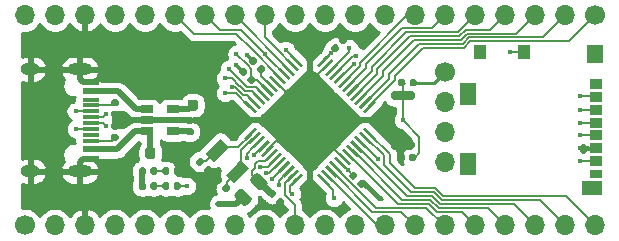
<source format=gbr>
%TF.GenerationSoftware,KiCad,Pcbnew,(5.1.6)-1*%
%TF.CreationDate,2022-07-03T21:07:17+08:00*%
%TF.ProjectId,cloneduino_zero,636c6f6e-6564-4756-996e-6f5f7a65726f,1.0*%
%TF.SameCoordinates,Original*%
%TF.FileFunction,Copper,L1,Top*%
%TF.FilePolarity,Positive*%
%FSLAX46Y46*%
G04 Gerber Fmt 4.6, Leading zero omitted, Abs format (unit mm)*
G04 Created by KiCad (PCBNEW (5.1.6)-1) date 2022-07-03 21:07:17*
%MOMM*%
%LPD*%
G01*
G04 APERTURE LIST*
%TA.AperFunction,SMDPad,CuDef*%
%ADD10C,0.100000*%
%TD*%
%TA.AperFunction,ComponentPad*%
%ADD11O,1.700000X1.700000*%
%TD*%
%TA.AperFunction,ComponentPad*%
%ADD12C,1.700000*%
%TD*%
%TA.AperFunction,SMDPad,CuDef*%
%ADD13R,1.060000X0.650000*%
%TD*%
%TA.AperFunction,SMDPad,CuDef*%
%ADD14R,1.450000X0.600000*%
%TD*%
%TA.AperFunction,SMDPad,CuDef*%
%ADD15R,1.450000X0.300000*%
%TD*%
%TA.AperFunction,ComponentPad*%
%ADD16O,2.100000X1.000000*%
%TD*%
%TA.AperFunction,ComponentPad*%
%ADD17O,1.600000X1.000000*%
%TD*%
%TA.AperFunction,SMDPad,CuDef*%
%ADD18R,1.100000X0.850000*%
%TD*%
%TA.AperFunction,SMDPad,CuDef*%
%ADD19R,1.100000X0.750000*%
%TD*%
%TA.AperFunction,SMDPad,CuDef*%
%ADD20R,1.800000X1.170000*%
%TD*%
%TA.AperFunction,SMDPad,CuDef*%
%ADD21R,1.350000X1.550000*%
%TD*%
%TA.AperFunction,SMDPad,CuDef*%
%ADD22R,1.000000X1.200000*%
%TD*%
%TA.AperFunction,SMDPad,CuDef*%
%ADD23R,1.350000X1.900000*%
%TD*%
%TA.AperFunction,ViaPad*%
%ADD24C,0.450000*%
%TD*%
%TA.AperFunction,Conductor*%
%ADD25C,0.127000*%
%TD*%
%TA.AperFunction,Conductor*%
%ADD26C,0.250000*%
%TD*%
%TA.AperFunction,Conductor*%
%ADD27C,0.500000*%
%TD*%
%TA.AperFunction,Conductor*%
%ADD28C,0.200000*%
%TD*%
%TA.AperFunction,Conductor*%
%ADD29C,0.254000*%
%TD*%
G04 APERTURE END LIST*
%TO.P,C6,2*%
%TO.N,GND*%
%TA.AperFunction,SMDPad,CuDef*%
G36*
G01*
X61030500Y-97284250D02*
X61030500Y-96771750D01*
G75*
G02*
X61249250Y-96553000I218750J0D01*
G01*
X61686750Y-96553000D01*
G75*
G02*
X61905500Y-96771750I0J-218750D01*
G01*
X61905500Y-97284250D01*
G75*
G02*
X61686750Y-97503000I-218750J0D01*
G01*
X61249250Y-97503000D01*
G75*
G02*
X61030500Y-97284250I0J218750D01*
G01*
G37*
%TD.AperFunction*%
%TO.P,C6,1*%
%TO.N,+5V*%
%TA.AperFunction,SMDPad,CuDef*%
G36*
G01*
X59455500Y-97284250D02*
X59455500Y-96771750D01*
G75*
G02*
X59674250Y-96553000I218750J0D01*
G01*
X60111750Y-96553000D01*
G75*
G02*
X60330500Y-96771750I0J-218750D01*
G01*
X60330500Y-97284250D01*
G75*
G02*
X60111750Y-97503000I-218750J0D01*
G01*
X59674250Y-97503000D01*
G75*
G02*
X59455500Y-97284250I0J218750D01*
G01*
G37*
%TD.AperFunction*%
%TD*%
%TO.P,C8,2*%
%TO.N,GND*%
%TA.AperFunction,SMDPad,CuDef*%
G36*
G01*
X64637500Y-93220250D02*
X64637500Y-92707750D01*
G75*
G02*
X64856250Y-92489000I218750J0D01*
G01*
X65293750Y-92489000D01*
G75*
G02*
X65512500Y-92707750I0J-218750D01*
G01*
X65512500Y-93220250D01*
G75*
G02*
X65293750Y-93439000I-218750J0D01*
G01*
X64856250Y-93439000D01*
G75*
G02*
X64637500Y-93220250I0J218750D01*
G01*
G37*
%TD.AperFunction*%
%TO.P,C8,1*%
%TO.N,+3V3*%
%TA.AperFunction,SMDPad,CuDef*%
G36*
G01*
X63062500Y-93220250D02*
X63062500Y-92707750D01*
G75*
G02*
X63281250Y-92489000I218750J0D01*
G01*
X63718750Y-92489000D01*
G75*
G02*
X63937500Y-92707750I0J-218750D01*
G01*
X63937500Y-93220250D01*
G75*
G02*
X63718750Y-93439000I-218750J0D01*
G01*
X63281250Y-93439000D01*
G75*
G02*
X63062500Y-93220250I0J218750D01*
G01*
G37*
%TD.AperFunction*%
%TD*%
%TO.P,C10,2*%
%TO.N,GND*%
%TA.AperFunction,SMDPad,CuDef*%
G36*
G01*
X64439428Y-98338379D02*
X64683380Y-98094428D01*
G75*
G02*
X64891976Y-98094428I104298J-104298D01*
G01*
X65100572Y-98303024D01*
G75*
G02*
X65100572Y-98511620I-104298J-104298D01*
G01*
X64856620Y-98755572D01*
G75*
G02*
X64648024Y-98755572I-104298J104298D01*
G01*
X64439428Y-98546976D01*
G75*
G02*
X64439428Y-98338380I104298J104298D01*
G01*
G37*
%TD.AperFunction*%
%TO.P,C10,1*%
%TO.N,/PA00*%
%TA.AperFunction,SMDPad,CuDef*%
G36*
G01*
X63753534Y-97652485D02*
X63997486Y-97408534D01*
G75*
G02*
X64206082Y-97408534I104298J-104298D01*
G01*
X64414678Y-97617130D01*
G75*
G02*
X64414678Y-97825726I-104298J-104298D01*
G01*
X64170726Y-98069678D01*
G75*
G02*
X63962130Y-98069678I-104298J104298D01*
G01*
X63753534Y-97861082D01*
G75*
G02*
X63753534Y-97652486I104298J104298D01*
G01*
G37*
%TD.AperFunction*%
%TD*%
%TO.P,C3,2*%
%TO.N,GND*%
%TA.AperFunction,SMDPad,CuDef*%
G36*
G01*
X68097678Y-90205727D02*
X67853726Y-90449678D01*
G75*
G02*
X67645130Y-90449678I-104298J104298D01*
G01*
X67436534Y-90241082D01*
G75*
G02*
X67436534Y-90032486I104298J104298D01*
G01*
X67680486Y-89788534D01*
G75*
G02*
X67889082Y-89788534I104298J-104298D01*
G01*
X68097678Y-89997130D01*
G75*
G02*
X68097678Y-90205726I-104298J-104298D01*
G01*
G37*
%TD.AperFunction*%
%TO.P,C3,1*%
%TO.N,+3V3*%
%TA.AperFunction,SMDPad,CuDef*%
G36*
G01*
X68783572Y-90891621D02*
X68539620Y-91135572D01*
G75*
G02*
X68331024Y-91135572I-104298J104298D01*
G01*
X68122428Y-90926976D01*
G75*
G02*
X68122428Y-90718380I104298J104298D01*
G01*
X68366380Y-90474428D01*
G75*
G02*
X68574976Y-90474428I104298J-104298D01*
G01*
X68783572Y-90683024D01*
G75*
G02*
X68783572Y-90891620I-104298J-104298D01*
G01*
G37*
%TD.AperFunction*%
%TD*%
%TO.P,C1,2*%
%TO.N,GND*%
%TA.AperFunction,SMDPad,CuDef*%
G36*
G01*
X77444322Y-99532273D02*
X77688274Y-99288322D01*
G75*
G02*
X77896870Y-99288322I104298J-104298D01*
G01*
X78105466Y-99496918D01*
G75*
G02*
X78105466Y-99705514I-104298J-104298D01*
G01*
X77861514Y-99949466D01*
G75*
G02*
X77652918Y-99949466I-104298J104298D01*
G01*
X77444322Y-99740870D01*
G75*
G02*
X77444322Y-99532274I104298J104298D01*
G01*
G37*
%TD.AperFunction*%
%TO.P,C1,1*%
%TO.N,+3V3*%
%TA.AperFunction,SMDPad,CuDef*%
G36*
G01*
X76758428Y-98846379D02*
X77002380Y-98602428D01*
G75*
G02*
X77210976Y-98602428I104298J-104298D01*
G01*
X77419572Y-98811024D01*
G75*
G02*
X77419572Y-99019620I-104298J-104298D01*
G01*
X77175620Y-99263572D01*
G75*
G02*
X76967024Y-99263572I-104298J104298D01*
G01*
X76758428Y-99054976D01*
G75*
G02*
X76758428Y-98846380I104298J104298D01*
G01*
G37*
%TD.AperFunction*%
%TD*%
%TA.AperFunction,SMDPad,CuDef*%
D10*
%TO.P,U2,48*%
%TO.N,/PB03*%
G36*
X68945179Y-93469211D02*
G01*
X68768402Y-93645988D01*
X67849163Y-92726749D01*
X68025940Y-92549972D01*
X68945179Y-93469211D01*
G37*
%TD.AperFunction*%
%TA.AperFunction,SMDPad,CuDef*%
%TO.P,U2,47*%
%TO.N,/PB02*%
G36*
X69298732Y-93115658D02*
G01*
X69121955Y-93292435D01*
X68202716Y-92373196D01*
X68379493Y-92196419D01*
X69298732Y-93115658D01*
G37*
%TD.AperFunction*%
%TA.AperFunction,SMDPad,CuDef*%
%TO.P,U2,46*%
%TO.N,/PA31*%
G36*
X69652286Y-92762104D02*
G01*
X69475509Y-92938881D01*
X68556270Y-92019642D01*
X68733047Y-91842865D01*
X69652286Y-92762104D01*
G37*
%TD.AperFunction*%
%TA.AperFunction,SMDPad,CuDef*%
%TO.P,U2,45*%
%TO.N,/PA30*%
G36*
X70005839Y-92408551D02*
G01*
X69829062Y-92585328D01*
X68909823Y-91666089D01*
X69086600Y-91489312D01*
X70005839Y-92408551D01*
G37*
%TD.AperFunction*%
%TA.AperFunction,SMDPad,CuDef*%
%TO.P,U2,44*%
%TO.N,+3V3*%
G36*
X70359392Y-92054998D02*
G01*
X70182615Y-92231775D01*
X69263376Y-91312536D01*
X69440153Y-91135759D01*
X70359392Y-92054998D01*
G37*
%TD.AperFunction*%
%TA.AperFunction,SMDPad,CuDef*%
%TO.P,U2,43*%
%TO.N,/VDDCORE*%
G36*
X70712946Y-91701444D02*
G01*
X70536169Y-91878221D01*
X69616930Y-90958982D01*
X69793707Y-90782205D01*
X70712946Y-91701444D01*
G37*
%TD.AperFunction*%
%TA.AperFunction,SMDPad,CuDef*%
%TO.P,U2,42*%
%TO.N,GND*%
G36*
X71066499Y-91347891D02*
G01*
X70889722Y-91524668D01*
X69970483Y-90605429D01*
X70147260Y-90428652D01*
X71066499Y-91347891D01*
G37*
%TD.AperFunction*%
%TA.AperFunction,SMDPad,CuDef*%
%TO.P,U2,41*%
%TO.N,/PA28*%
G36*
X71420053Y-90994337D02*
G01*
X71243276Y-91171114D01*
X70324037Y-90251875D01*
X70500814Y-90075098D01*
X71420053Y-90994337D01*
G37*
%TD.AperFunction*%
%TA.AperFunction,SMDPad,CuDef*%
%TO.P,U2,40*%
%TO.N,/NRST*%
G36*
X71773606Y-90640784D02*
G01*
X71596829Y-90817561D01*
X70677590Y-89898322D01*
X70854367Y-89721545D01*
X71773606Y-90640784D01*
G37*
%TD.AperFunction*%
%TA.AperFunction,SMDPad,CuDef*%
%TO.P,U2,39*%
%TO.N,/PA27*%
G36*
X72127159Y-90287231D02*
G01*
X71950382Y-90464008D01*
X71031143Y-89544769D01*
X71207920Y-89367992D01*
X72127159Y-90287231D01*
G37*
%TD.AperFunction*%
%TA.AperFunction,SMDPad,CuDef*%
%TO.P,U2,38*%
%TO.N,/PB23*%
G36*
X72480713Y-89933677D02*
G01*
X72303936Y-90110454D01*
X71384697Y-89191215D01*
X71561474Y-89014438D01*
X72480713Y-89933677D01*
G37*
%TD.AperFunction*%
%TA.AperFunction,SMDPad,CuDef*%
%TO.P,U2,37*%
%TO.N,/PB22*%
G36*
X72834266Y-89580124D02*
G01*
X72657489Y-89756901D01*
X71738250Y-88837662D01*
X71915027Y-88660885D01*
X72834266Y-89580124D01*
G37*
%TD.AperFunction*%
%TA.AperFunction,SMDPad,CuDef*%
%TO.P,U2,36*%
%TO.N,+3V3*%
G36*
X74177769Y-89756901D02*
G01*
X74000992Y-89580124D01*
X74920231Y-88660885D01*
X75097008Y-88837662D01*
X74177769Y-89756901D01*
G37*
%TD.AperFunction*%
%TA.AperFunction,SMDPad,CuDef*%
%TO.P,U2,35*%
%TO.N,GND*%
G36*
X74531322Y-90110454D02*
G01*
X74354545Y-89933677D01*
X75273784Y-89014438D01*
X75450561Y-89191215D01*
X74531322Y-90110454D01*
G37*
%TD.AperFunction*%
%TA.AperFunction,SMDPad,CuDef*%
%TO.P,U2,34*%
%TO.N,/USB_D+*%
G36*
X74884876Y-90464008D02*
G01*
X74708099Y-90287231D01*
X75627338Y-89367992D01*
X75804115Y-89544769D01*
X74884876Y-90464008D01*
G37*
%TD.AperFunction*%
%TA.AperFunction,SMDPad,CuDef*%
%TO.P,U2,33*%
%TO.N,/USB_D-*%
G36*
X75238429Y-90817561D02*
G01*
X75061652Y-90640784D01*
X75980891Y-89721545D01*
X76157668Y-89898322D01*
X75238429Y-90817561D01*
G37*
%TD.AperFunction*%
%TA.AperFunction,SMDPad,CuDef*%
%TO.P,U2,32*%
%TO.N,/PA23*%
G36*
X75591982Y-91171114D02*
G01*
X75415205Y-90994337D01*
X76334444Y-90075098D01*
X76511221Y-90251875D01*
X75591982Y-91171114D01*
G37*
%TD.AperFunction*%
%TA.AperFunction,SMDPad,CuDef*%
%TO.P,U2,31*%
%TO.N,/PA22*%
G36*
X75945536Y-91524668D02*
G01*
X75768759Y-91347891D01*
X76687998Y-90428652D01*
X76864775Y-90605429D01*
X75945536Y-91524668D01*
G37*
%TD.AperFunction*%
%TA.AperFunction,SMDPad,CuDef*%
%TO.P,U2,30*%
%TO.N,/PA21*%
G36*
X76299089Y-91878221D02*
G01*
X76122312Y-91701444D01*
X77041551Y-90782205D01*
X77218328Y-90958982D01*
X76299089Y-91878221D01*
G37*
%TD.AperFunction*%
%TA.AperFunction,SMDPad,CuDef*%
%TO.P,U2,29*%
%TO.N,/PA20*%
G36*
X76652643Y-92231775D02*
G01*
X76475866Y-92054998D01*
X77395105Y-91135759D01*
X77571882Y-91312536D01*
X76652643Y-92231775D01*
G37*
%TD.AperFunction*%
%TA.AperFunction,SMDPad,CuDef*%
%TO.P,U2,28*%
%TO.N,/PA19*%
G36*
X77006196Y-92585328D02*
G01*
X76829419Y-92408551D01*
X77748658Y-91489312D01*
X77925435Y-91666089D01*
X77006196Y-92585328D01*
G37*
%TD.AperFunction*%
%TA.AperFunction,SMDPad,CuDef*%
%TO.P,U2,27*%
%TO.N,/PA18*%
G36*
X77359749Y-92938881D02*
G01*
X77182972Y-92762104D01*
X78102211Y-91842865D01*
X78278988Y-92019642D01*
X77359749Y-92938881D01*
G37*
%TD.AperFunction*%
%TA.AperFunction,SMDPad,CuDef*%
%TO.P,U2,26*%
%TO.N,/PA17*%
G36*
X77713303Y-93292435D02*
G01*
X77536526Y-93115658D01*
X78455765Y-92196419D01*
X78632542Y-92373196D01*
X77713303Y-93292435D01*
G37*
%TD.AperFunction*%
%TA.AperFunction,SMDPad,CuDef*%
%TO.P,U2,25*%
%TO.N,/PA16*%
G36*
X78066856Y-93645988D02*
G01*
X77890079Y-93469211D01*
X78809318Y-92549972D01*
X78986095Y-92726749D01*
X78066856Y-93645988D01*
G37*
%TD.AperFunction*%
%TA.AperFunction,SMDPad,CuDef*%
%TO.P,U2,24*%
%TO.N,/PA15*%
G36*
X78986095Y-95731953D02*
G01*
X78809318Y-95908730D01*
X77890079Y-94989491D01*
X78066856Y-94812714D01*
X78986095Y-95731953D01*
G37*
%TD.AperFunction*%
%TA.AperFunction,SMDPad,CuDef*%
%TO.P,U2,23*%
%TO.N,/PA14*%
G36*
X78632542Y-96085506D02*
G01*
X78455765Y-96262283D01*
X77536526Y-95343044D01*
X77713303Y-95166267D01*
X78632542Y-96085506D01*
G37*
%TD.AperFunction*%
%TA.AperFunction,SMDPad,CuDef*%
%TO.P,U2,22*%
%TO.N,/PA13*%
G36*
X78278988Y-96439060D02*
G01*
X78102211Y-96615837D01*
X77182972Y-95696598D01*
X77359749Y-95519821D01*
X78278988Y-96439060D01*
G37*
%TD.AperFunction*%
%TA.AperFunction,SMDPad,CuDef*%
%TO.P,U2,21*%
%TO.N,/PA12*%
G36*
X77925435Y-96792613D02*
G01*
X77748658Y-96969390D01*
X76829419Y-96050151D01*
X77006196Y-95873374D01*
X77925435Y-96792613D01*
G37*
%TD.AperFunction*%
%TA.AperFunction,SMDPad,CuDef*%
%TO.P,U2,20*%
%TO.N,/PB11*%
G36*
X77571882Y-97146166D02*
G01*
X77395105Y-97322943D01*
X76475866Y-96403704D01*
X76652643Y-96226927D01*
X77571882Y-97146166D01*
G37*
%TD.AperFunction*%
%TA.AperFunction,SMDPad,CuDef*%
%TO.P,U2,19*%
%TO.N,/PB10*%
G36*
X77218328Y-97499720D02*
G01*
X77041551Y-97676497D01*
X76122312Y-96757258D01*
X76299089Y-96580481D01*
X77218328Y-97499720D01*
G37*
%TD.AperFunction*%
%TA.AperFunction,SMDPad,CuDef*%
%TO.P,U2,18*%
%TO.N,GND*%
G36*
X76864775Y-97853273D02*
G01*
X76687998Y-98030050D01*
X75768759Y-97110811D01*
X75945536Y-96934034D01*
X76864775Y-97853273D01*
G37*
%TD.AperFunction*%
%TA.AperFunction,SMDPad,CuDef*%
%TO.P,U2,17*%
%TO.N,+3V3*%
G36*
X76511221Y-98206827D02*
G01*
X76334444Y-98383604D01*
X75415205Y-97464365D01*
X75591982Y-97287588D01*
X76511221Y-98206827D01*
G37*
%TD.AperFunction*%
%TA.AperFunction,SMDPad,CuDef*%
%TO.P,U2,16*%
%TO.N,/PA11*%
G36*
X76157668Y-98560380D02*
G01*
X75980891Y-98737157D01*
X75061652Y-97817918D01*
X75238429Y-97641141D01*
X76157668Y-98560380D01*
G37*
%TD.AperFunction*%
%TA.AperFunction,SMDPad,CuDef*%
%TO.P,U2,15*%
%TO.N,/PA10*%
G36*
X75804115Y-98913933D02*
G01*
X75627338Y-99090710D01*
X74708099Y-98171471D01*
X74884876Y-97994694D01*
X75804115Y-98913933D01*
G37*
%TD.AperFunction*%
%TA.AperFunction,SMDPad,CuDef*%
%TO.P,U2,14*%
%TO.N,/PA09*%
G36*
X75450561Y-99267487D02*
G01*
X75273784Y-99444264D01*
X74354545Y-98525025D01*
X74531322Y-98348248D01*
X75450561Y-99267487D01*
G37*
%TD.AperFunction*%
%TA.AperFunction,SMDPad,CuDef*%
%TO.P,U2,13*%
%TO.N,/PA08*%
G36*
X75097008Y-99621040D02*
G01*
X74920231Y-99797817D01*
X74000992Y-98878578D01*
X74177769Y-98701801D01*
X75097008Y-99621040D01*
G37*
%TD.AperFunction*%
%TA.AperFunction,SMDPad,CuDef*%
%TO.P,U2,12*%
%TO.N,/PA07*%
G36*
X71915027Y-99797817D02*
G01*
X71738250Y-99621040D01*
X72657489Y-98701801D01*
X72834266Y-98878578D01*
X71915027Y-99797817D01*
G37*
%TD.AperFunction*%
%TA.AperFunction,SMDPad,CuDef*%
%TO.P,U2,11*%
%TO.N,/PA06*%
G36*
X71561474Y-99444264D02*
G01*
X71384697Y-99267487D01*
X72303936Y-98348248D01*
X72480713Y-98525025D01*
X71561474Y-99444264D01*
G37*
%TD.AperFunction*%
%TA.AperFunction,SMDPad,CuDef*%
%TO.P,U2,10*%
%TO.N,/PA05*%
G36*
X71207920Y-99090710D02*
G01*
X71031143Y-98913933D01*
X71950382Y-97994694D01*
X72127159Y-98171471D01*
X71207920Y-99090710D01*
G37*
%TD.AperFunction*%
%TA.AperFunction,SMDPad,CuDef*%
%TO.P,U2,9*%
%TO.N,/PA04*%
G36*
X70854367Y-98737157D02*
G01*
X70677590Y-98560380D01*
X71596829Y-97641141D01*
X71773606Y-97817918D01*
X70854367Y-98737157D01*
G37*
%TD.AperFunction*%
%TA.AperFunction,SMDPad,CuDef*%
%TO.P,U2,8*%
%TO.N,/PB09*%
G36*
X70500814Y-98383604D02*
G01*
X70324037Y-98206827D01*
X71243276Y-97287588D01*
X71420053Y-97464365D01*
X70500814Y-98383604D01*
G37*
%TD.AperFunction*%
%TA.AperFunction,SMDPad,CuDef*%
%TO.P,U2,7*%
%TO.N,/PB08*%
G36*
X70147260Y-98030050D02*
G01*
X69970483Y-97853273D01*
X70889722Y-96934034D01*
X71066499Y-97110811D01*
X70147260Y-98030050D01*
G37*
%TD.AperFunction*%
%TA.AperFunction,SMDPad,CuDef*%
%TO.P,U2,6*%
%TO.N,+3.3VA*%
G36*
X69793707Y-97676497D02*
G01*
X69616930Y-97499720D01*
X70536169Y-96580481D01*
X70712946Y-96757258D01*
X69793707Y-97676497D01*
G37*
%TD.AperFunction*%
%TA.AperFunction,SMDPad,CuDef*%
%TO.P,U2,5*%
%TO.N,GND*%
G36*
X69440153Y-97322943D02*
G01*
X69263376Y-97146166D01*
X70182615Y-96226927D01*
X70359392Y-96403704D01*
X69440153Y-97322943D01*
G37*
%TD.AperFunction*%
%TA.AperFunction,SMDPad,CuDef*%
%TO.P,U2,4*%
%TO.N,/PA03*%
G36*
X69086600Y-96969390D02*
G01*
X68909823Y-96792613D01*
X69829062Y-95873374D01*
X70005839Y-96050151D01*
X69086600Y-96969390D01*
G37*
%TD.AperFunction*%
%TA.AperFunction,SMDPad,CuDef*%
%TO.P,U2,3*%
%TO.N,/PA02*%
G36*
X68733047Y-96615837D02*
G01*
X68556270Y-96439060D01*
X69475509Y-95519821D01*
X69652286Y-95696598D01*
X68733047Y-96615837D01*
G37*
%TD.AperFunction*%
%TA.AperFunction,SMDPad,CuDef*%
%TO.P,U2,2*%
%TO.N,/PA01*%
G36*
X68379493Y-96262283D02*
G01*
X68202716Y-96085506D01*
X69121955Y-95166267D01*
X69298732Y-95343044D01*
X68379493Y-96262283D01*
G37*
%TD.AperFunction*%
%TA.AperFunction,SMDPad,CuDef*%
%TO.P,U2,1*%
%TO.N,/PA00*%
G36*
X68025940Y-95908730D02*
G01*
X67849163Y-95731953D01*
X68768402Y-94812714D01*
X68945179Y-94989491D01*
X68025940Y-95908730D01*
G37*
%TD.AperFunction*%
%TD*%
D11*
%TO.P,J4,20*%
%TO.N,+5V*%
X49276000Y-85344000D03*
%TO.P,J4,19*%
%TO.N,+3V3*%
X51816000Y-85344000D03*
%TO.P,J4,18*%
%TO.N,GND*%
X54356000Y-85344000D03*
%TO.P,J4,17*%
%TO.N,/PB03*%
X56896000Y-85344000D03*
%TO.P,J4,16*%
%TO.N,/PB02*%
X59436000Y-85344000D03*
%TO.P,J4,15*%
%TO.N,/PA28*%
X61976000Y-85344000D03*
%TO.P,J4,14*%
%TO.N,/NRST*%
X64516000Y-85344000D03*
%TO.P,J4,13*%
%TO.N,/PA27*%
X67056000Y-85344000D03*
%TO.P,J4,12*%
%TO.N,/PB23*%
X69596000Y-85344000D03*
%TO.P,J4,11*%
%TO.N,/PB22*%
X72136000Y-85344000D03*
%TO.P,J4,10*%
%TO.N,/USB_D+*%
X74676000Y-85344000D03*
%TO.P,J4,9*%
%TO.N,/USB_D-*%
X77216000Y-85344000D03*
%TO.P,J4,8*%
%TO.N,/PA23*%
X79756000Y-85344000D03*
%TO.P,J4,7*%
%TO.N,/PA22*%
X82296000Y-85344000D03*
%TO.P,J4,6*%
%TO.N,/PA21*%
X84836000Y-85344000D03*
%TO.P,J4,5*%
%TO.N,/PA20*%
X87376000Y-85344000D03*
%TO.P,J4,4*%
%TO.N,/PA19*%
X89916000Y-85344000D03*
%TO.P,J4,3*%
%TO.N,/PA18*%
X92456000Y-85344000D03*
%TO.P,J4,2*%
%TO.N,/PA17*%
X94996000Y-85344000D03*
D12*
%TO.P,J4,1*%
%TO.N,/PA16*%
X97536000Y-85344000D03*
%TD*%
%TA.AperFunction,SMDPad,CuDef*%
D10*
%TO.P,Y1,2*%
%TO.N,/PA01*%
G36*
X68299949Y-98269157D02*
G01*
X67027157Y-99541949D01*
X66320051Y-98834843D01*
X67592843Y-97562051D01*
X68299949Y-98269157D01*
G37*
%TD.AperFunction*%
%TA.AperFunction,SMDPad,CuDef*%
%TO.P,Y1,1*%
%TO.N,/PA00*%
G36*
X66532183Y-96501391D02*
G01*
X65259391Y-97774183D01*
X64552285Y-97067077D01*
X65825077Y-95794285D01*
X66532183Y-96501391D01*
G37*
%TD.AperFunction*%
%TD*%
D13*
%TO.P,U1,5*%
%TO.N,+3V3*%
X61806000Y-93284000D03*
%TO.P,U1,4*%
%TO.N,Net-(C7-Pad1)*%
X61806000Y-95184000D03*
%TO.P,U1,3*%
%TO.N,+5V*%
X59606000Y-95184000D03*
%TO.P,U1,2*%
%TO.N,GND*%
X59606000Y-94234000D03*
%TO.P,U1,1*%
%TO.N,+5V*%
X59606000Y-93284000D03*
%TD*%
%TO.P,R2,2*%
%TO.N,Net-(D2-Pad2)*%
%TA.AperFunction,SMDPad,CuDef*%
G36*
G01*
X59903000Y-98724500D02*
X59903000Y-98379500D01*
G75*
G02*
X60050500Y-98232000I147500J0D01*
G01*
X60345500Y-98232000D01*
G75*
G02*
X60493000Y-98379500I0J-147500D01*
G01*
X60493000Y-98724500D01*
G75*
G02*
X60345500Y-98872000I-147500J0D01*
G01*
X60050500Y-98872000D01*
G75*
G02*
X59903000Y-98724500I0J147500D01*
G01*
G37*
%TD.AperFunction*%
%TO.P,R2,1*%
%TO.N,+3V3*%
%TA.AperFunction,SMDPad,CuDef*%
G36*
G01*
X58933000Y-98724500D02*
X58933000Y-98379500D01*
G75*
G02*
X59080500Y-98232000I147500J0D01*
G01*
X59375500Y-98232000D01*
G75*
G02*
X59523000Y-98379500I0J-147500D01*
G01*
X59523000Y-98724500D01*
G75*
G02*
X59375500Y-98872000I-147500J0D01*
G01*
X59080500Y-98872000D01*
G75*
G02*
X58933000Y-98724500I0J147500D01*
G01*
G37*
%TD.AperFunction*%
%TD*%
%TO.P,D1,2*%
%TO.N,Net-(D1-Pad2)*%
%TA.AperFunction,SMDPad,CuDef*%
G36*
G01*
X61509000Y-99649500D02*
X61509000Y-99994500D01*
G75*
G02*
X61361500Y-100142000I-147500J0D01*
G01*
X61066500Y-100142000D01*
G75*
G02*
X60919000Y-99994500I0J147500D01*
G01*
X60919000Y-99649500D01*
G75*
G02*
X61066500Y-99502000I147500J0D01*
G01*
X61361500Y-99502000D01*
G75*
G02*
X61509000Y-99649500I0J-147500D01*
G01*
G37*
%TD.AperFunction*%
%TO.P,D1,1*%
%TO.N,/PA17*%
%TA.AperFunction,SMDPad,CuDef*%
G36*
G01*
X62479000Y-99649500D02*
X62479000Y-99994500D01*
G75*
G02*
X62331500Y-100142000I-147500J0D01*
G01*
X62036500Y-100142000D01*
G75*
G02*
X61889000Y-99994500I0J147500D01*
G01*
X61889000Y-99649500D01*
G75*
G02*
X62036500Y-99502000I147500J0D01*
G01*
X62331500Y-99502000D01*
G75*
G02*
X62479000Y-99649500I0J-147500D01*
G01*
G37*
%TD.AperFunction*%
%TD*%
%TO.P,R1,2*%
%TO.N,+3V3*%
%TA.AperFunction,SMDPad,CuDef*%
G36*
G01*
X59523000Y-99649500D02*
X59523000Y-99994500D01*
G75*
G02*
X59375500Y-100142000I-147500J0D01*
G01*
X59080500Y-100142000D01*
G75*
G02*
X58933000Y-99994500I0J147500D01*
G01*
X58933000Y-99649500D01*
G75*
G02*
X59080500Y-99502000I147500J0D01*
G01*
X59375500Y-99502000D01*
G75*
G02*
X59523000Y-99649500I0J-147500D01*
G01*
G37*
%TD.AperFunction*%
%TO.P,R1,1*%
%TO.N,Net-(D1-Pad2)*%
%TA.AperFunction,SMDPad,CuDef*%
G36*
G01*
X60493000Y-99649500D02*
X60493000Y-99994500D01*
G75*
G02*
X60345500Y-100142000I-147500J0D01*
G01*
X60050500Y-100142000D01*
G75*
G02*
X59903000Y-99994500I0J147500D01*
G01*
X59903000Y-99649500D01*
G75*
G02*
X60050500Y-99502000I147500J0D01*
G01*
X60345500Y-99502000D01*
G75*
G02*
X60493000Y-99649500I0J-147500D01*
G01*
G37*
%TD.AperFunction*%
%TD*%
%TO.P,C2,2*%
%TO.N,GND*%
%TA.AperFunction,SMDPad,CuDef*%
G36*
G01*
X76164273Y-87782678D02*
X75920322Y-87538726D01*
G75*
G02*
X75920322Y-87330130I104298J104298D01*
G01*
X76128918Y-87121534D01*
G75*
G02*
X76337514Y-87121534I104298J-104298D01*
G01*
X76581466Y-87365486D01*
G75*
G02*
X76581466Y-87574082I-104298J-104298D01*
G01*
X76372870Y-87782678D01*
G75*
G02*
X76164274Y-87782678I-104298J104298D01*
G01*
G37*
%TD.AperFunction*%
%TO.P,C2,1*%
%TO.N,+3V3*%
%TA.AperFunction,SMDPad,CuDef*%
G36*
G01*
X75478379Y-88468572D02*
X75234428Y-88224620D01*
G75*
G02*
X75234428Y-88016024I104298J104298D01*
G01*
X75443024Y-87807428D01*
G75*
G02*
X75651620Y-87807428I104298J-104298D01*
G01*
X75895572Y-88051380D01*
G75*
G02*
X75895572Y-88259976I-104298J-104298D01*
G01*
X75686976Y-88468572D01*
G75*
G02*
X75478380Y-88468572I-104298J104298D01*
G01*
G37*
%TD.AperFunction*%
%TD*%
%TO.P,R5,2*%
%TO.N,/NRST*%
%TA.AperFunction,SMDPad,CuDef*%
G36*
G01*
X81471000Y-90886500D02*
X81471000Y-91231500D01*
G75*
G02*
X81323500Y-91379000I-147500J0D01*
G01*
X81028500Y-91379000D01*
G75*
G02*
X80881000Y-91231500I0J147500D01*
G01*
X80881000Y-90886500D01*
G75*
G02*
X81028500Y-90739000I147500J0D01*
G01*
X81323500Y-90739000D01*
G75*
G02*
X81471000Y-90886500I0J-147500D01*
G01*
G37*
%TD.AperFunction*%
%TO.P,R5,1*%
%TO.N,+3V3*%
%TA.AperFunction,SMDPad,CuDef*%
G36*
G01*
X82441000Y-90886500D02*
X82441000Y-91231500D01*
G75*
G02*
X82293500Y-91379000I-147500J0D01*
G01*
X81998500Y-91379000D01*
G75*
G02*
X81851000Y-91231500I0J147500D01*
G01*
X81851000Y-90886500D01*
G75*
G02*
X81998500Y-90739000I147500J0D01*
G01*
X82293500Y-90739000D01*
G75*
G02*
X82441000Y-90886500I0J-147500D01*
G01*
G37*
%TD.AperFunction*%
%TD*%
%TO.P,C7,2*%
%TO.N,GND*%
%TA.AperFunction,SMDPad,CuDef*%
G36*
G01*
X63418500Y-94552000D02*
X63073500Y-94552000D01*
G75*
G02*
X62926000Y-94404500I0J147500D01*
G01*
X62926000Y-94109500D01*
G75*
G02*
X63073500Y-93962000I147500J0D01*
G01*
X63418500Y-93962000D01*
G75*
G02*
X63566000Y-94109500I0J-147500D01*
G01*
X63566000Y-94404500D01*
G75*
G02*
X63418500Y-94552000I-147500J0D01*
G01*
G37*
%TD.AperFunction*%
%TO.P,C7,1*%
%TO.N,Net-(C7-Pad1)*%
%TA.AperFunction,SMDPad,CuDef*%
G36*
G01*
X63418500Y-95522000D02*
X63073500Y-95522000D01*
G75*
G02*
X62926000Y-95374500I0J147500D01*
G01*
X62926000Y-95079500D01*
G75*
G02*
X63073500Y-94932000I147500J0D01*
G01*
X63418500Y-94932000D01*
G75*
G02*
X63566000Y-95079500I0J-147500D01*
G01*
X63566000Y-95374500D01*
G75*
G02*
X63418500Y-95522000I-147500J0D01*
G01*
G37*
%TD.AperFunction*%
%TD*%
%TO.P,C4,2*%
%TO.N,GND*%
%TA.AperFunction,SMDPad,CuDef*%
G36*
G01*
X70586322Y-101056273D02*
X70830274Y-100812322D01*
G75*
G02*
X71038870Y-100812322I104298J-104298D01*
G01*
X71247466Y-101020918D01*
G75*
G02*
X71247466Y-101229514I-104298J-104298D01*
G01*
X71003514Y-101473466D01*
G75*
G02*
X70794918Y-101473466I-104298J104298D01*
G01*
X70586322Y-101264870D01*
G75*
G02*
X70586322Y-101056274I104298J104298D01*
G01*
G37*
%TD.AperFunction*%
%TO.P,C4,1*%
%TO.N,+3.3VA*%
%TA.AperFunction,SMDPad,CuDef*%
G36*
G01*
X69900428Y-100370379D02*
X70144380Y-100126428D01*
G75*
G02*
X70352976Y-100126428I104298J-104298D01*
G01*
X70561572Y-100335024D01*
G75*
G02*
X70561572Y-100543620I-104298J-104298D01*
G01*
X70317620Y-100787572D01*
G75*
G02*
X70109024Y-100787572I-104298J104298D01*
G01*
X69900428Y-100578976D01*
G75*
G02*
X69900428Y-100370380I104298J104298D01*
G01*
G37*
%TD.AperFunction*%
%TD*%
%TO.P,C9,2*%
%TO.N,GND*%
%TA.AperFunction,SMDPad,CuDef*%
G36*
G01*
X81448000Y-97236500D02*
X81448000Y-97581500D01*
G75*
G02*
X81300500Y-97729000I-147500J0D01*
G01*
X81005500Y-97729000D01*
G75*
G02*
X80858000Y-97581500I0J147500D01*
G01*
X80858000Y-97236500D01*
G75*
G02*
X81005500Y-97089000I147500J0D01*
G01*
X81300500Y-97089000D01*
G75*
G02*
X81448000Y-97236500I0J-147500D01*
G01*
G37*
%TD.AperFunction*%
%TO.P,C9,1*%
%TO.N,/NRST*%
%TA.AperFunction,SMDPad,CuDef*%
G36*
G01*
X82418000Y-97236500D02*
X82418000Y-97581500D01*
G75*
G02*
X82270500Y-97729000I-147500J0D01*
G01*
X81975500Y-97729000D01*
G75*
G02*
X81828000Y-97581500I0J147500D01*
G01*
X81828000Y-97236500D01*
G75*
G02*
X81975500Y-97089000I147500J0D01*
G01*
X82270500Y-97089000D01*
G75*
G02*
X82418000Y-97236500I0J-147500D01*
G01*
G37*
%TD.AperFunction*%
%TD*%
%TO.P,R3,1*%
%TO.N,GND*%
%TA.AperFunction,SMDPad,CuDef*%
G36*
G01*
X57068500Y-94021000D02*
X56723500Y-94021000D01*
G75*
G02*
X56576000Y-93873500I0J147500D01*
G01*
X56576000Y-93578500D01*
G75*
G02*
X56723500Y-93431000I147500J0D01*
G01*
X57068500Y-93431000D01*
G75*
G02*
X57216000Y-93578500I0J-147500D01*
G01*
X57216000Y-93873500D01*
G75*
G02*
X57068500Y-94021000I-147500J0D01*
G01*
G37*
%TD.AperFunction*%
%TO.P,R3,2*%
%TO.N,Net-(J1-PadA5)*%
%TA.AperFunction,SMDPad,CuDef*%
G36*
G01*
X57068500Y-93051000D02*
X56723500Y-93051000D01*
G75*
G02*
X56576000Y-92903500I0J147500D01*
G01*
X56576000Y-92608500D01*
G75*
G02*
X56723500Y-92461000I147500J0D01*
G01*
X57068500Y-92461000D01*
G75*
G02*
X57216000Y-92608500I0J-147500D01*
G01*
X57216000Y-92903500D01*
G75*
G02*
X57068500Y-93051000I-147500J0D01*
G01*
G37*
%TD.AperFunction*%
%TD*%
%TO.P,R4,2*%
%TO.N,Net-(J1-PadB5)*%
%TA.AperFunction,SMDPad,CuDef*%
G36*
G01*
X56723500Y-95417000D02*
X57068500Y-95417000D01*
G75*
G02*
X57216000Y-95564500I0J-147500D01*
G01*
X57216000Y-95859500D01*
G75*
G02*
X57068500Y-96007000I-147500J0D01*
G01*
X56723500Y-96007000D01*
G75*
G02*
X56576000Y-95859500I0J147500D01*
G01*
X56576000Y-95564500D01*
G75*
G02*
X56723500Y-95417000I147500J0D01*
G01*
G37*
%TD.AperFunction*%
%TO.P,R4,1*%
%TO.N,GND*%
%TA.AperFunction,SMDPad,CuDef*%
G36*
G01*
X56723500Y-94447000D02*
X57068500Y-94447000D01*
G75*
G02*
X57216000Y-94594500I0J-147500D01*
G01*
X57216000Y-94889500D01*
G75*
G02*
X57068500Y-95037000I-147500J0D01*
G01*
X56723500Y-95037000D01*
G75*
G02*
X56576000Y-94889500I0J147500D01*
G01*
X56576000Y-94594500D01*
G75*
G02*
X56723500Y-94447000I147500J0D01*
G01*
G37*
%TD.AperFunction*%
%TD*%
%TO.P,C11,2*%
%TO.N,GND*%
%TA.AperFunction,SMDPad,CuDef*%
G36*
G01*
X65989572Y-99400621D02*
X65745620Y-99644572D01*
G75*
G02*
X65537024Y-99644572I-104298J104298D01*
G01*
X65328428Y-99435976D01*
G75*
G02*
X65328428Y-99227380I104298J104298D01*
G01*
X65572380Y-98983428D01*
G75*
G02*
X65780976Y-98983428I104298J-104298D01*
G01*
X65989572Y-99192024D01*
G75*
G02*
X65989572Y-99400620I-104298J-104298D01*
G01*
G37*
%TD.AperFunction*%
%TO.P,C11,1*%
%TO.N,/PA01*%
%TA.AperFunction,SMDPad,CuDef*%
G36*
G01*
X66675466Y-100086515D02*
X66431514Y-100330466D01*
G75*
G02*
X66222918Y-100330466I-104298J104298D01*
G01*
X66014322Y-100121870D01*
G75*
G02*
X66014322Y-99913274I104298J104298D01*
G01*
X66258274Y-99669322D01*
G75*
G02*
X66466870Y-99669322I104298J-104298D01*
G01*
X66675466Y-99877918D01*
G75*
G02*
X66675466Y-100086514I-104298J-104298D01*
G01*
G37*
%TD.AperFunction*%
%TD*%
D14*
%TO.P,J1,B1*%
%TO.N,GND*%
X54845000Y-97484000D03*
%TO.P,J1,A9*%
%TO.N,+5V*%
X54845000Y-96684000D03*
%TO.P,J1,B9*%
X54845000Y-91784000D03*
%TO.P,J1,B12*%
%TO.N,GND*%
X54845000Y-90984000D03*
%TO.P,J1,A1*%
X54845000Y-90984000D03*
%TO.P,J1,A4*%
%TO.N,+5V*%
X54845000Y-91784000D03*
%TO.P,J1,B4*%
X54845000Y-96684000D03*
%TO.P,J1,A12*%
%TO.N,GND*%
X54845000Y-97484000D03*
D15*
%TO.P,J1,B8*%
%TO.N,Net-(J1-PadB8)*%
X54845000Y-92484000D03*
%TO.P,J1,A5*%
%TO.N,Net-(J1-PadA5)*%
X54845000Y-92984000D03*
%TO.P,J1,B7*%
%TO.N,/USB_D-*%
X54845000Y-93484000D03*
%TO.P,J1,A7*%
X54845000Y-94484000D03*
%TO.P,J1,B6*%
%TO.N,/USB_D+*%
X54845000Y-94984000D03*
%TO.P,J1,A8*%
%TO.N,Net-(J1-PadA8)*%
X54845000Y-95484000D03*
%TO.P,J1,B5*%
%TO.N,Net-(J1-PadB5)*%
X54845000Y-95984000D03*
%TO.P,J1,A6*%
%TO.N,/USB_D+*%
X54845000Y-93984000D03*
D16*
%TO.P,J1,S1*%
%TO.N,GND*%
X53930000Y-98554000D03*
X53930000Y-89914000D03*
D17*
X49750000Y-89914000D03*
X49750000Y-98554000D03*
%TD*%
%TO.P,C5,2*%
%TO.N,GND*%
%TA.AperFunction,SMDPad,CuDef*%
G36*
G01*
X68948625Y-89316727D02*
X68704673Y-89560678D01*
G75*
G02*
X68496077Y-89560678I-104298J104298D01*
G01*
X68287481Y-89352082D01*
G75*
G02*
X68287481Y-89143486I104298J104298D01*
G01*
X68531433Y-88899534D01*
G75*
G02*
X68740029Y-88899534I104298J-104298D01*
G01*
X68948625Y-89108130D01*
G75*
G02*
X68948625Y-89316726I-104298J-104298D01*
G01*
G37*
%TD.AperFunction*%
%TO.P,C5,1*%
%TO.N,/VDDCORE*%
%TA.AperFunction,SMDPad,CuDef*%
G36*
G01*
X69634519Y-90002621D02*
X69390567Y-90246572D01*
G75*
G02*
X69181971Y-90246572I-104298J104298D01*
G01*
X68973375Y-90037976D01*
G75*
G02*
X68973375Y-89829380I104298J104298D01*
G01*
X69217327Y-89585428D01*
G75*
G02*
X69425923Y-89585428I104298J-104298D01*
G01*
X69634519Y-89794024D01*
G75*
G02*
X69634519Y-90002620I-104298J-104298D01*
G01*
G37*
%TD.AperFunction*%
%TD*%
D11*
%TO.P,J5,4*%
%TO.N,GND*%
X84836000Y-97790000D03*
%TO.P,J5,3*%
%TO.N,/PA31*%
X84836000Y-95250000D03*
%TO.P,J5,2*%
%TO.N,/PA30*%
X84836000Y-92710000D03*
D12*
%TO.P,J5,1*%
%TO.N,+3V3*%
X84836000Y-90170000D03*
%TD*%
%TO.P,SW1,1*%
%TO.N,/NRST*%
%TA.AperFunction,SMDPad,CuDef*%
G36*
G01*
X80480000Y-91734000D02*
X82080000Y-91734000D01*
G75*
G02*
X82280000Y-91934000I0J-200000D01*
G01*
X82280000Y-92334000D01*
G75*
G02*
X82080000Y-92534000I-200000J0D01*
G01*
X80480000Y-92534000D01*
G75*
G02*
X80280000Y-92334000I0J200000D01*
G01*
X80280000Y-91934000D01*
G75*
G02*
X80480000Y-91734000I200000J0D01*
G01*
G37*
%TD.AperFunction*%
%TO.P,SW1,2*%
%TO.N,GND*%
%TA.AperFunction,SMDPad,CuDef*%
G36*
G01*
X80480000Y-95934000D02*
X82080000Y-95934000D01*
G75*
G02*
X82280000Y-96134000I0J-200000D01*
G01*
X82280000Y-96534000D01*
G75*
G02*
X82080000Y-96734000I-200000J0D01*
G01*
X80480000Y-96734000D01*
G75*
G02*
X80280000Y-96534000I0J200000D01*
G01*
X80280000Y-96134000D01*
G75*
G02*
X80480000Y-95934000I200000J0D01*
G01*
G37*
%TD.AperFunction*%
%TD*%
D18*
%TO.P,J2,1*%
%TO.N,Net-(J2-Pad1)*%
X97652000Y-91129000D03*
D19*
%TO.P,J2,8*%
%TO.N,Net-(J2-Pad8)*%
X97652000Y-98779000D03*
D18*
%TO.P,J2,2*%
%TO.N,/PA13*%
X97652000Y-92229000D03*
%TO.P,J2,3*%
%TO.N,/PB10*%
X97652000Y-93329000D03*
%TO.P,J2,4*%
%TO.N,+3V3*%
X97652000Y-94429000D03*
%TO.P,J2,5*%
%TO.N,/PB11*%
X97652000Y-95529000D03*
%TO.P,J2,6*%
%TO.N,GND*%
X97652000Y-96629000D03*
%TO.P,J2,7*%
%TO.N,/PA12*%
X97652000Y-97729000D03*
D20*
%TO.P,J2,11*%
%TO.N,N/C*%
X97302000Y-99989000D03*
D21*
X97527000Y-88669000D03*
D22*
%TO.P,J2,10*%
X87802000Y-88494000D03*
%TO.P,J2,9*%
%TO.N,GND*%
X91502000Y-88494000D03*
D23*
%TO.P,J2,11*%
%TO.N,N/C*%
X86827000Y-91994000D03*
X86827000Y-97964000D03*
%TD*%
D11*
%TO.P,J3,20*%
%TO.N,/PA15*%
X97536000Y-103124000D03*
%TO.P,J3,19*%
%TO.N,/PA14*%
X94996000Y-103124000D03*
%TO.P,J3,18*%
%TO.N,/PA12*%
X92456000Y-103124000D03*
%TO.P,J3,17*%
%TO.N,/PB11*%
X89916000Y-103124000D03*
%TO.P,J3,16*%
%TO.N,/PB10*%
X87376000Y-103124000D03*
%TO.P,J3,15*%
%TO.N,/PA11*%
X84836000Y-103124000D03*
%TO.P,J3,14*%
%TO.N,/PA10*%
X82296000Y-103124000D03*
%TO.P,J3,13*%
%TO.N,/PA09*%
X79756000Y-103124000D03*
%TO.P,J3,12*%
%TO.N,/PA08*%
X77216000Y-103124000D03*
%TO.P,J3,11*%
%TO.N,/PA07*%
X74676000Y-103124000D03*
%TO.P,J3,10*%
%TO.N,/PA06*%
X72136000Y-103124000D03*
%TO.P,J3,9*%
%TO.N,/PA05*%
X69596000Y-103124000D03*
%TO.P,J3,8*%
%TO.N,/PA04*%
X67056000Y-103124000D03*
%TO.P,J3,7*%
%TO.N,/PB09*%
X64516000Y-103124000D03*
%TO.P,J3,6*%
%TO.N,/PB08*%
X61976000Y-103124000D03*
%TO.P,J3,5*%
%TO.N,/PA03*%
X59436000Y-103124000D03*
%TO.P,J3,4*%
%TO.N,/PA02*%
X56896000Y-103124000D03*
%TO.P,J3,3*%
%TO.N,GND*%
X54356000Y-103124000D03*
%TO.P,J3,2*%
%TO.N,+3V3*%
X51816000Y-103124000D03*
D12*
%TO.P,J3,1*%
%TO.N,+5V*%
X49276000Y-103124000D03*
%TD*%
%TO.P,D2,2*%
%TO.N,Net-(D2-Pad2)*%
%TA.AperFunction,SMDPad,CuDef*%
G36*
G01*
X61509000Y-98379500D02*
X61509000Y-98724500D01*
G75*
G02*
X61361500Y-98872000I-147500J0D01*
G01*
X61066500Y-98872000D01*
G75*
G02*
X60919000Y-98724500I0J147500D01*
G01*
X60919000Y-98379500D01*
G75*
G02*
X61066500Y-98232000I147500J0D01*
G01*
X61361500Y-98232000D01*
G75*
G02*
X61509000Y-98379500I0J-147500D01*
G01*
G37*
%TD.AperFunction*%
%TO.P,D2,1*%
%TO.N,GND*%
%TA.AperFunction,SMDPad,CuDef*%
G36*
G01*
X62479000Y-98379500D02*
X62479000Y-98724500D01*
G75*
G02*
X62331500Y-98872000I-147500J0D01*
G01*
X62036500Y-98872000D01*
G75*
G02*
X61889000Y-98724500I0J147500D01*
G01*
X61889000Y-98379500D01*
G75*
G02*
X62036500Y-98232000I147500J0D01*
G01*
X62331500Y-98232000D01*
G75*
G02*
X62479000Y-98379500I0J-147500D01*
G01*
G37*
%TD.AperFunction*%
%TD*%
%TO.P,L1,2*%
%TO.N,+3.3VA*%
%TA.AperFunction,SMDPad,CuDef*%
G36*
G01*
X69065903Y-100108332D02*
X68420668Y-99463097D01*
G75*
G02*
X68420668Y-99118383I172357J172357D01*
G01*
X68765383Y-98773668D01*
G75*
G02*
X69110097Y-98773668I172357J-172357D01*
G01*
X69755332Y-99418903D01*
G75*
G02*
X69755332Y-99763617I-172357J-172357D01*
G01*
X69410617Y-100108332D01*
G75*
G02*
X69065903Y-100108332I-172357J172357D01*
G01*
G37*
%TD.AperFunction*%
%TO.P,L1,1*%
%TO.N,+3V3*%
%TA.AperFunction,SMDPad,CuDef*%
G36*
G01*
X67740077Y-101434158D02*
X67094842Y-100788923D01*
G75*
G02*
X67094842Y-100444209I172357J172357D01*
G01*
X67439557Y-100099494D01*
G75*
G02*
X67784271Y-100099494I172357J-172357D01*
G01*
X68429506Y-100744729D01*
G75*
G02*
X68429506Y-101089443I-172357J-172357D01*
G01*
X68084791Y-101434158D01*
G75*
G02*
X67740077Y-101434158I-172357J172357D01*
G01*
G37*
%TD.AperFunction*%
%TD*%
D24*
%TO.N,GND*%
X73406000Y-89027000D03*
X96266000Y-96629000D03*
X57658000Y-93726000D03*
X69215000Y-100838000D03*
X62484000Y-97028000D03*
X78613000Y-94234000D03*
X73406000Y-99441000D03*
X78740000Y-100330000D03*
X65214500Y-98869500D03*
X68072000Y-88684053D03*
X57658000Y-94742000D03*
X90322000Y-88494000D03*
X67183000Y-89535000D03*
%TO.N,+5V*%
X56035990Y-96684000D03*
X55955496Y-91769496D03*
%TO.N,+3V3*%
X75184000Y-88519000D03*
X62738000Y-93284000D03*
X96266000Y-94429000D03*
X59228000Y-99141000D03*
X76644500Y-98488500D03*
X65659000Y-101346000D03*
X67183000Y-88646000D03*
%TO.N,/NRST*%
X69599022Y-88642978D03*
X81280000Y-94234000D03*
%TO.N,/USB_D-*%
X56134000Y-94742000D03*
X53582000Y-93484000D03*
X77343000Y-88805100D03*
%TO.N,/USB_D+*%
X76708000Y-88138000D03*
X56134000Y-93726000D03*
X53594000Y-94996000D03*
%TO.N,/PA02*%
X68072000Y-97409000D03*
%TO.N,/PA03*%
X68707000Y-97155000D03*
%TO.N,/PB08*%
X69215000Y-98171000D03*
%TO.N,/PB09*%
X69723000Y-98679000D03*
%TO.N,/PA04*%
X70231000Y-99187000D03*
%TO.N,/PA05*%
X70764491Y-99695000D03*
%TO.N,/PA07*%
X71882000Y-100457000D03*
%TO.N,/PA08*%
X75438000Y-100838000D03*
%TO.N,/PB10*%
X96266000Y-93345000D03*
%TO.N,/PB11*%
X96266000Y-95529000D03*
%TO.N,/PA12*%
X96266000Y-97729000D03*
%TO.N,/PB03*%
X66230500Y-91948000D03*
%TO.N,/PB02*%
X66802000Y-91440000D03*
%TO.N,/PA31*%
X66230500Y-90678000D03*
%TO.N,/PA30*%
X66548000Y-89916000D03*
%TO.N,/PB22*%
X71358183Y-88280817D03*
%TO.N,/PA23*%
X77133659Y-89452659D03*
%TO.N,/PA17*%
X62992000Y-99822000D03*
%TO.N,/PA13*%
X79160076Y-97496924D03*
X96266000Y-92202000D03*
%TD*%
D25*
%TO.N,GND*%
X73406000Y-89027000D02*
X73406000Y-88646000D01*
D26*
X64770000Y-98425000D02*
X65214500Y-98869500D01*
D25*
X74034019Y-90424000D02*
X74890924Y-89567095D01*
X78613000Y-94234000D02*
X78867000Y-94234000D01*
D27*
X73406000Y-99441000D02*
X73406000Y-98171000D01*
D25*
X77216000Y-86868000D02*
X77216000Y-86868000D01*
X73406000Y-90932000D02*
X72390000Y-91948000D01*
D27*
X68326000Y-94234000D02*
X69469000Y-94234000D01*
D25*
X73406000Y-90424000D02*
X73406000Y-90297000D01*
D27*
X78613000Y-94234000D02*
X77724000Y-94234000D01*
D25*
X60547000Y-87916000D02*
X60547000Y-87916000D01*
X72390000Y-91948000D02*
X71473553Y-91948000D01*
X59568000Y-87916000D02*
X60547000Y-87916000D01*
X81153000Y-96461000D02*
X81280000Y-96334000D01*
D26*
X67767106Y-90119106D02*
X67183000Y-89535000D01*
D27*
X73406000Y-89027000D02*
X73406000Y-90297000D01*
D25*
X68072000Y-88684053D02*
X68072000Y-88684053D01*
X62992000Y-98552000D02*
X62992000Y-98552000D01*
X73406000Y-90424000D02*
X73406000Y-90932000D01*
X73406000Y-90424000D02*
X74034019Y-90424000D01*
X81153000Y-97409000D02*
X81153000Y-96461000D01*
X91375000Y-88494000D02*
X90322000Y-88494000D01*
X67310000Y-94234000D02*
X68326000Y-94234000D01*
X73406000Y-98171000D02*
X73406000Y-99568000D01*
X73406000Y-98044000D02*
X73406000Y-98171000D01*
X71473553Y-91948000D02*
X70506862Y-90981309D01*
D27*
X77724000Y-94234000D02*
X77216000Y-94234000D01*
D25*
X68326000Y-94234000D02*
X70358000Y-94234000D01*
D27*
X57808000Y-94257000D02*
X63246000Y-94257000D01*
D25*
X90322000Y-88494000D02*
X90322000Y-88494000D01*
D27*
X54832999Y-97496001D02*
X54845000Y-97484000D01*
D26*
X65214500Y-98869500D02*
X65659000Y-99314000D01*
D25*
X96665000Y-96629000D02*
X96665000Y-96629000D01*
D28*
X69811384Y-96774935D02*
X69849065Y-96774935D01*
D25*
X96266000Y-96629000D02*
X97525000Y-96629000D01*
X73406000Y-98044000D02*
X74803000Y-96647000D01*
D26*
X61468000Y-97028000D02*
X62484000Y-97028000D01*
D27*
X54175001Y-90984000D02*
X54175001Y-90971999D01*
D26*
X76377894Y-87325106D02*
X76835000Y-86868000D01*
X62484000Y-97028000D02*
X62484000Y-97028000D01*
D27*
X56896000Y-94234000D02*
X56896000Y-94742000D01*
X57658000Y-93726000D02*
X57658000Y-93726000D01*
X53930000Y-98554000D02*
X53930000Y-97741002D01*
X64770000Y-98425000D02*
X65659000Y-99314000D01*
D25*
X73406000Y-98044000D02*
X71120000Y-95758000D01*
D27*
X54175001Y-97496001D02*
X54832999Y-97496001D01*
X56896000Y-94742000D02*
X57658000Y-94742000D01*
X62334000Y-94257000D02*
X62334000Y-94257000D01*
D25*
X70828319Y-95758000D02*
X69811384Y-96774935D01*
D27*
X57658000Y-94742000D02*
X57658000Y-94742000D01*
D25*
X81280000Y-96334000D02*
X81280000Y-96520000D01*
D26*
X68618053Y-89230106D02*
X68072000Y-88684053D01*
D27*
X56896000Y-93726000D02*
X56896000Y-94234000D01*
D25*
X67183000Y-89535000D02*
X67183000Y-89535000D01*
D27*
X54845000Y-90984000D02*
X54175001Y-90984000D01*
X54175001Y-90971999D02*
X53930000Y-90726998D01*
X53930000Y-97741002D02*
X54175001Y-97496001D01*
D25*
X75481725Y-96647000D02*
X76316767Y-97482042D01*
X71120000Y-95758000D02*
X70828319Y-95758000D01*
D26*
X77216000Y-86868000D02*
X76835000Y-86868000D01*
D25*
X97525000Y-96629000D02*
X96665000Y-96629000D01*
D27*
X56896000Y-93726000D02*
X57658000Y-93726000D01*
X53930000Y-90726998D02*
X53930000Y-89914000D01*
D25*
X74803000Y-96647000D02*
X75481725Y-96647000D01*
D26*
X62184000Y-98552000D02*
X62992000Y-98552000D01*
D27*
%TO.N,+5V*%
X54845000Y-96684000D02*
X57089008Y-96684000D01*
X58687000Y-93284000D02*
X57187000Y-91784000D01*
X57089008Y-96684000D02*
X58589008Y-95184000D01*
X54845000Y-96684000D02*
X56035990Y-96684000D01*
X59606000Y-93284000D02*
X58687000Y-93284000D01*
X59893000Y-95199000D02*
X59893000Y-97028000D01*
X59606000Y-95184000D02*
X59878000Y-95184000D01*
X54845000Y-91784000D02*
X57187000Y-91784000D01*
X54845000Y-91784000D02*
X55940992Y-91784000D01*
X58589008Y-95184000D02*
X59606000Y-95184000D01*
X59878000Y-95184000D02*
X59893000Y-95199000D01*
X56035990Y-96684000D02*
X56035990Y-96684000D01*
D26*
%TO.N,+3V3*%
X83947000Y-91059000D02*
X84836000Y-90170000D01*
D27*
X63180000Y-93284000D02*
X63500000Y-92964000D01*
X62418000Y-93284000D02*
X62738000Y-93284000D01*
X62418000Y-93284000D02*
X63180000Y-93284000D01*
D26*
X82400000Y-91059000D02*
X83947000Y-91059000D01*
D27*
X67183000Y-101346000D02*
X65659000Y-101346000D01*
X67762174Y-100766826D02*
X67183000Y-101346000D01*
X61806000Y-93284000D02*
X62418000Y-93284000D01*
D25*
X68135500Y-89598500D02*
X67183000Y-88646000D01*
X68453000Y-90170000D02*
X68453000Y-90043000D01*
X68916340Y-90805000D02*
X69002170Y-90890830D01*
X68453000Y-89916000D02*
X68135500Y-89598500D01*
X75996245Y-97840245D02*
X75951584Y-97840245D01*
X74537371Y-89165629D02*
X74537371Y-89213542D01*
X75692000Y-88011000D02*
X75247500Y-88455500D01*
X96579000Y-94429000D02*
X96579000Y-94429000D01*
X97525000Y-94429000D02*
X96715000Y-94429000D01*
X77089000Y-98933000D02*
X76708000Y-98552000D01*
X69799755Y-91688416D02*
X69002170Y-90890830D01*
X68453000Y-90805000D02*
X68453000Y-90170000D01*
X76708000Y-98552000D02*
X75996245Y-97840245D01*
X96715000Y-94429000D02*
X96579000Y-94429000D01*
X68453000Y-90043000D02*
X68453000Y-89916000D01*
X67183000Y-88646000D02*
X67183000Y-88646000D01*
X68453000Y-90170000D02*
X68453000Y-89916000D01*
D27*
X59228000Y-98552000D02*
X59228000Y-99141000D01*
D25*
X68453000Y-90805000D02*
X68916340Y-90805000D01*
D27*
X59228000Y-99141000D02*
X59228000Y-99822000D01*
D25*
X96266000Y-94429000D02*
X96715000Y-94429000D01*
X75247500Y-88455500D02*
X74537371Y-89165629D01*
%TO.N,+3.3VA*%
X68484883Y-98520117D02*
X68726499Y-98278501D01*
X69610928Y-97682499D02*
X70164938Y-97128489D01*
X68726499Y-98278501D02*
X68726499Y-97936519D01*
X69088000Y-99441000D02*
X68484883Y-98837883D01*
D27*
X69088000Y-99441000D02*
X70104000Y-100457000D01*
D25*
X68980519Y-97682499D02*
X69610928Y-97682499D01*
X68484883Y-98837883D02*
X68484883Y-98520117D01*
D27*
X68988913Y-99568000D02*
X69088000Y-99568000D01*
D25*
X68726499Y-97936519D02*
X68980519Y-97682499D01*
X68834000Y-99413087D02*
X68988913Y-99568000D01*
D27*
X69215000Y-99314000D02*
X69215000Y-99441000D01*
X69215000Y-99441000D02*
X70231000Y-100457000D01*
D25*
%TO.N,/VDDCORE*%
X69303947Y-89916000D02*
X69303947Y-90485500D01*
X69303947Y-90485500D02*
X70153309Y-91334862D01*
%TO.N,/NRST*%
X69726023Y-88769977D02*
X69599022Y-88642978D01*
X81280000Y-92134000D02*
X81280000Y-91209000D01*
X71225598Y-90269553D02*
X70234023Y-89277977D01*
X69599022Y-88642978D02*
X67570044Y-86614000D01*
X81280000Y-94234000D02*
X82677000Y-95631000D01*
X81280000Y-94234000D02*
X81280000Y-94234000D01*
X81280000Y-92134000D02*
X81280000Y-94234000D01*
X67570044Y-86614000D02*
X65786000Y-86614000D01*
X81280000Y-91209000D02*
X81430000Y-91059000D01*
X70234023Y-89277977D02*
X69726023Y-88769977D01*
X65786000Y-86614000D02*
X64516000Y-85344000D01*
X82677000Y-97005000D02*
X82273000Y-97409000D01*
X82677000Y-95631000D02*
X82677000Y-97005000D01*
%TO.N,/PA00*%
X68397171Y-95360722D02*
X68397171Y-95478368D01*
X66040000Y-96520000D02*
X65775766Y-96784234D01*
X64625415Y-97701053D02*
X65542234Y-96784234D01*
X67355539Y-96520000D02*
X66040000Y-96520000D01*
X65775766Y-96784234D02*
X65542234Y-96784234D01*
X64173053Y-97701053D02*
X64625415Y-97701053D01*
X68397171Y-95478368D02*
X67355539Y-96520000D01*
%TO.N,/PA01*%
X68623725Y-95714275D02*
X67560510Y-96777490D01*
X67560510Y-96777490D02*
X67560510Y-97666490D01*
X68750724Y-95714275D02*
X68623725Y-95714275D01*
X67310000Y-97917000D02*
X67310000Y-98552000D01*
X66382947Y-99479053D02*
X67310000Y-98552000D01*
X66382947Y-99910947D02*
X66382947Y-99479053D01*
X67560510Y-97666490D02*
X67310000Y-97917000D01*
%TO.N,Net-(D1-Pad2)*%
X60198000Y-99822000D02*
X61214000Y-99822000D01*
%TO.N,Net-(D2-Pad2)*%
X60198000Y-98552000D02*
X61214000Y-98552000D01*
%TO.N,Net-(J1-PadA5)*%
X54845000Y-92984000D02*
X56645000Y-92984000D01*
X56645000Y-92984000D02*
X56896000Y-92733000D01*
%TO.N,/USB_D-*%
X56134000Y-94742000D02*
X56134000Y-94742000D01*
X54845000Y-94484000D02*
X55876000Y-94484000D01*
X77343000Y-88805100D02*
X77074113Y-88805100D01*
X55876000Y-94484000D02*
X56134000Y-94742000D01*
X77074113Y-88805100D02*
X75609660Y-90269553D01*
X54845000Y-93484000D02*
X53582000Y-93484000D01*
%TO.N,/USB_D+*%
X54344000Y-94984000D02*
X54332000Y-94996000D01*
X54845000Y-93984000D02*
X55876000Y-93984000D01*
X54332000Y-94996000D02*
X53594000Y-94996000D01*
X56134000Y-93726000D02*
X56134000Y-93726000D01*
X54845000Y-94984000D02*
X54344000Y-94984000D01*
X55876000Y-93984000D02*
X56134000Y-93726000D01*
X76708000Y-88464107D02*
X75256107Y-89916000D01*
X76708000Y-88138000D02*
X76708000Y-88464107D01*
%TO.N,Net-(J1-PadB5)*%
X54845000Y-95984000D02*
X56624000Y-95984000D01*
X56624000Y-95984000D02*
X56896000Y-95712000D01*
%TO.N,/PA02*%
X68613225Y-96525793D02*
X68072000Y-97067018D01*
X68072000Y-97067018D02*
X68072000Y-97409000D01*
X69104278Y-96067829D02*
X68646314Y-96525793D01*
X68646314Y-96525793D02*
X68613225Y-96525793D01*
%TO.N,/PA03*%
X69446202Y-96426031D02*
X68789501Y-97082732D01*
%TO.N,/PB08*%
X69829533Y-98171000D02*
X70518491Y-97482042D01*
X70506862Y-97486691D02*
X70407309Y-97486691D01*
X69215000Y-98171000D02*
X69829533Y-98171000D01*
%TO.N,/PB09*%
X70872045Y-97835596D02*
X70820404Y-97835596D01*
X70872045Y-97835596D02*
X70714375Y-97835596D01*
X70231000Y-98425000D02*
X70040500Y-98615500D01*
X69977000Y-98679000D02*
X70231000Y-98425000D01*
X70820404Y-97835596D02*
X70231000Y-98425000D01*
X69723000Y-98679000D02*
X69977000Y-98679000D01*
%TO.N,/PA04*%
X71213969Y-98204031D02*
X71213969Y-98193798D01*
X70294500Y-99123500D02*
X71213969Y-98204031D01*
X70548500Y-98869500D02*
X70548500Y-98869500D01*
%TO.N,/PA05*%
X71567522Y-98547351D02*
X71556631Y-98547351D01*
X70764491Y-99339491D02*
X70764491Y-99542509D01*
X70764491Y-99542509D02*
X70764491Y-99796509D01*
X71556631Y-98547351D02*
X70764491Y-99339491D01*
%TO.N,/PA06*%
X72136000Y-101433982D02*
X71901509Y-101199491D01*
X71269240Y-99559721D02*
X71269240Y-100567222D01*
X71269240Y-100567222D02*
X71901509Y-101199491D01*
X72136000Y-103124000D02*
X72136000Y-101433982D01*
X71932705Y-98896256D02*
X71269240Y-99559721D01*
X71901509Y-101199491D02*
X72048018Y-101346000D01*
%TO.N,/PA07*%
X72259042Y-99254458D02*
X71723250Y-99790250D01*
X72274629Y-99254458D02*
X72259042Y-99254458D01*
X72263691Y-99249809D02*
X71723250Y-99790250D01*
X71723250Y-99790250D02*
X71723250Y-100298250D01*
X71882000Y-100457000D02*
X71882000Y-100457000D01*
X72286258Y-99249809D02*
X72263691Y-99249809D01*
X71723250Y-100298250D02*
X71882000Y-100457000D01*
%TO.N,/PA08*%
X75406596Y-100107404D02*
X74549000Y-99249809D01*
X75406596Y-100806596D02*
X75438000Y-100838000D01*
X75406596Y-100107404D02*
X75406596Y-100806596D01*
%TO.N,/PA09*%
X79130297Y-103124000D02*
X79756000Y-103124000D01*
X74902553Y-98896256D02*
X79130297Y-103124000D01*
%TO.N,/PA10*%
X81137050Y-101965050D02*
X78678455Y-101965050D01*
X78678455Y-101965050D02*
X75256107Y-98542702D01*
X82296000Y-103124000D02*
X81137050Y-101965050D01*
%TO.N,/PA11*%
X77724000Y-100393210D02*
X77724000Y-100393210D01*
X84759920Y-103124000D02*
X84836000Y-103124000D01*
X75609660Y-98278870D02*
X78968830Y-101638040D01*
X75609660Y-98189149D02*
X75609660Y-98278870D01*
X78968830Y-101638040D02*
X83273960Y-101638040D01*
X83273960Y-101638040D02*
X84759920Y-103124000D01*
%TO.N,/PB10*%
X96409000Y-93329000D02*
X96409000Y-93329000D01*
X86262499Y-102010499D02*
X87376000Y-103124000D01*
X80852861Y-101311030D02*
X83485487Y-101311030D01*
X76670320Y-97128489D02*
X80852861Y-101311030D01*
X83485487Y-101311030D02*
X84184956Y-102010499D01*
X97525000Y-93329000D02*
X96409000Y-93329000D01*
X84184956Y-102010499D02*
X86262499Y-102010499D01*
%TO.N,/PB11*%
X84320406Y-101683489D02*
X83620937Y-100984020D01*
X83620937Y-100984020D02*
X81232959Y-100984020D01*
X81232959Y-100984020D02*
X77023874Y-96774935D01*
X96495000Y-95529000D02*
X96495000Y-95529000D01*
X96266000Y-95529000D02*
X97525000Y-95529000D01*
X89916000Y-103124000D02*
X88475489Y-101683489D01*
X88475489Y-101683489D02*
X84320406Y-101683489D01*
X97525000Y-95529000D02*
X96495000Y-95529000D01*
%TO.N,/PA12*%
X77377427Y-96421382D02*
X77835392Y-96879347D01*
X97525000Y-97729000D02*
X96327000Y-97729000D01*
X92456000Y-103124000D02*
X90678000Y-101346000D01*
X96327000Y-97729000D02*
X96327000Y-97729000D01*
X83756387Y-100657010D02*
X81613055Y-100657010D01*
X84445377Y-101346000D02*
X83756387Y-100657010D01*
X90678000Y-101346000D02*
X84445377Y-101346000D01*
X81613055Y-100657010D02*
X77377427Y-96421382D01*
X77835392Y-96879347D02*
X77835392Y-96885392D01*
%TO.N,/PA14*%
X92890990Y-101018990D02*
X94996000Y-103124000D01*
X84580828Y-101018990D02*
X92890990Y-101018990D01*
X81978500Y-100330000D02*
X83891838Y-100330000D01*
X79687077Y-98038577D02*
X81978500Y-100330000D01*
X79687077Y-97213077D02*
X79687077Y-98038577D01*
X78084534Y-95714275D02*
X78188275Y-95714275D01*
X83891838Y-100330000D02*
X84580828Y-101018990D01*
X78188275Y-95714275D02*
X79687077Y-97213077D01*
%TO.N,/PA15*%
X80213500Y-97866500D02*
X82347000Y-100000000D01*
X95103980Y-100691980D02*
X97536000Y-103124000D01*
X78438087Y-95360722D02*
X80213500Y-97136136D01*
X82347000Y-100000000D02*
X84024302Y-100000000D01*
X84716282Y-100691980D02*
X95103980Y-100691980D01*
X84024302Y-100000000D02*
X84716282Y-100691980D01*
X80213500Y-97136136D02*
X80213500Y-97866500D01*
%TO.N,/PB03*%
X68397171Y-93097980D02*
X68297060Y-93097980D01*
X67147080Y-91948000D02*
X66294000Y-91948000D01*
X68297060Y-93097980D02*
X67147080Y-91948000D01*
X66294000Y-91948000D02*
X66294000Y-91948000D01*
%TO.N,/PB02*%
X68102601Y-92096304D02*
X68750724Y-92744427D01*
X67101540Y-91440000D02*
X67757844Y-92096304D01*
X66802000Y-91440000D02*
X67101540Y-91440000D01*
X67757844Y-92096304D02*
X68102601Y-92096304D01*
X66802000Y-91440000D02*
X66802000Y-91440000D01*
%TO.N,/PA31*%
X67437000Y-91313000D02*
X67482540Y-91313000D01*
X66294000Y-90678000D02*
X66294000Y-90678000D01*
X67938833Y-91769294D02*
X68482699Y-91769294D01*
X68482699Y-91769294D02*
X69104278Y-92390873D01*
X67482540Y-91313000D02*
X67938833Y-91769294D01*
X66294000Y-90678000D02*
X66802000Y-90678000D01*
X66802000Y-90678000D02*
X67437000Y-91313000D01*
%TO.N,/PA30*%
X66548000Y-89916000D02*
X68074284Y-91442284D01*
X68074284Y-91442284D02*
X68862795Y-91442284D01*
X68862795Y-91442284D02*
X69457831Y-92037320D01*
X66548000Y-89916000D02*
X66548000Y-89916000D01*
%TO.N,/PA28*%
X61976000Y-85344000D02*
X63573010Y-86941010D01*
X63573010Y-86941010D02*
X67189949Y-86941010D01*
X68386939Y-88138000D02*
X68386939Y-88138000D01*
X70872045Y-90623106D02*
X68386939Y-88138000D01*
X67189949Y-86941010D02*
X68386939Y-88138000D01*
%TO.N,/PA27*%
X71579151Y-89867151D02*
X67056000Y-85344000D01*
X71579151Y-89916000D02*
X71579151Y-89867151D01*
%TO.N,/PB23*%
X69596000Y-85344000D02*
X69596000Y-87225742D01*
X70687129Y-88316871D02*
X70612000Y-88241741D01*
X71932705Y-89562446D02*
X70687129Y-88316871D01*
X69596000Y-87225742D02*
X70687129Y-88316871D01*
%TO.N,/PB22*%
X72286258Y-89208893D02*
X71358183Y-88280817D01*
X71358183Y-88280817D02*
X71342365Y-88265000D01*
%TO.N,/PA23*%
X75963213Y-90623106D02*
X77133659Y-89452659D01*
X77133659Y-89452659D02*
X77133659Y-89452659D01*
%TO.N,/PA22*%
X76332640Y-90976660D02*
X77622160Y-89687140D01*
X77622160Y-89382840D02*
X81661000Y-85344000D01*
X76316767Y-90976660D02*
X76332640Y-90976660D01*
X81661000Y-85344000D02*
X82296000Y-85344000D01*
X77622160Y-89687140D02*
X77622160Y-89382840D01*
%TO.N,/PA21*%
X76670320Y-91330213D02*
X78158266Y-89842266D01*
X83722499Y-86457501D02*
X84836000Y-85344000D01*
X78158266Y-89842266D02*
X78158266Y-89481734D01*
X78158266Y-89481734D02*
X81182499Y-86457501D01*
X81182499Y-86457501D02*
X83722499Y-86457501D01*
%TO.N,/PA20*%
X78638820Y-90068820D02*
X78638820Y-89687820D01*
X85935489Y-86784511D02*
X87376000Y-85344000D01*
X78638820Y-89687820D02*
X81542129Y-86784511D01*
X77023874Y-91683767D02*
X78638820Y-90068820D01*
X81542129Y-86784511D02*
X85935489Y-86784511D01*
%TO.N,/PA19*%
X77380680Y-92037320D02*
X77377427Y-92037320D01*
X88691540Y-86568460D02*
X87294540Y-86568460D01*
X87294540Y-86568460D02*
X86614000Y-86568460D01*
X86070940Y-87111521D02*
X81925479Y-87111521D01*
X89916000Y-85344000D02*
X88691540Y-86568460D01*
X79121000Y-90297000D02*
X77380680Y-92037320D01*
X87294540Y-86568460D02*
X86614001Y-86568460D01*
X86614000Y-86568460D02*
X86070940Y-87111521D01*
X77377427Y-92037320D02*
X77377427Y-91913573D01*
X86614001Y-86568460D02*
X86070940Y-87111521D01*
X81925479Y-87111521D02*
X79121000Y-89916000D01*
X79121000Y-89916000D02*
X79121000Y-90297000D01*
%TO.N,/PA18*%
X86206391Y-87438531D02*
X82233469Y-87438531D01*
X90904530Y-86895470D02*
X86749452Y-86895470D01*
X92456000Y-85344000D02*
X90904530Y-86895470D01*
X79599926Y-90521926D02*
X77730980Y-92390873D01*
X79599926Y-90072074D02*
X79599926Y-90521926D01*
X86749452Y-86895470D02*
X86206391Y-87438531D01*
X82233469Y-87438531D02*
X79599926Y-90072074D01*
%TO.N,/PA17*%
X86341842Y-87765541D02*
X82668459Y-87765541D01*
X82668459Y-87765541D02*
X80080480Y-90353520D01*
X62184000Y-99822000D02*
X62992000Y-99822000D01*
X80080480Y-90353520D02*
X80080480Y-90748480D01*
X80080480Y-90748480D02*
X78084534Y-92744427D01*
X86876450Y-87230931D02*
X86341842Y-87765541D01*
X93109069Y-87230931D02*
X86876450Y-87230931D01*
X94996000Y-85344000D02*
X93109069Y-87230931D01*
X62992000Y-99822000D02*
X62992000Y-99822000D01*
%TO.N,/PA16*%
X95322059Y-87557941D02*
X87011902Y-87557941D01*
X87011902Y-87557941D02*
X86477293Y-88092551D01*
X78438087Y-93011913D02*
X78438087Y-93097980D01*
X78426458Y-93102629D02*
X78474371Y-93102629D01*
X82976447Y-88092551D02*
X80597988Y-90471011D01*
X86477293Y-88092551D02*
X82976447Y-88092551D01*
X97536000Y-85344000D02*
X95322059Y-87557941D01*
X80597988Y-90471011D02*
X80597988Y-90852012D01*
X80597988Y-90852012D02*
X78438087Y-93011913D01*
%TO.N,/PA13*%
X96393000Y-92202000D02*
X97498000Y-92202000D01*
X97498000Y-92202000D02*
X97525000Y-92229000D01*
X79160076Y-97496924D02*
X77730980Y-96067829D01*
X79223576Y-97560424D02*
X79160076Y-97496924D01*
D27*
%TO.N,Net-(C7-Pad1)*%
X61806000Y-95184000D02*
X63203000Y-95184000D01*
X63203000Y-95184000D02*
X63246000Y-95227000D01*
%TD*%
D29*
%TO.N,GND*%
G36*
X54483000Y-85217000D02*
G01*
X54503000Y-85217000D01*
X54503000Y-85471000D01*
X54483000Y-85471000D01*
X54483000Y-86664155D01*
X54712890Y-86785476D01*
X54860099Y-86740825D01*
X55122920Y-86615641D01*
X55356269Y-86441588D01*
X55551178Y-86225355D01*
X55620805Y-86108466D01*
X55742525Y-86290632D01*
X55949368Y-86497475D01*
X56192589Y-86659990D01*
X56462842Y-86771932D01*
X56749740Y-86829000D01*
X57042260Y-86829000D01*
X57329158Y-86771932D01*
X57599411Y-86659990D01*
X57842632Y-86497475D01*
X58049475Y-86290632D01*
X58166000Y-86116240D01*
X58282525Y-86290632D01*
X58489368Y-86497475D01*
X58732589Y-86659990D01*
X59002842Y-86771932D01*
X59289740Y-86829000D01*
X59582260Y-86829000D01*
X59869158Y-86771932D01*
X60139411Y-86659990D01*
X60382632Y-86497475D01*
X60589475Y-86290632D01*
X60706000Y-86116240D01*
X60822525Y-86290632D01*
X61029368Y-86497475D01*
X61272589Y-86659990D01*
X61542842Y-86771932D01*
X61829740Y-86829000D01*
X62122260Y-86829000D01*
X62409158Y-86771932D01*
X62414069Y-86769898D01*
X63054844Y-87410672D01*
X63076707Y-87437313D01*
X63103347Y-87459176D01*
X63103355Y-87459184D01*
X63183066Y-87524601D01*
X63276191Y-87574377D01*
X63304413Y-87589462D01*
X63436080Y-87629403D01*
X63538701Y-87639510D01*
X63538711Y-87639510D01*
X63573009Y-87642888D01*
X63607307Y-87639510D01*
X66900622Y-87639510D01*
X67055604Y-87794492D01*
X66932147Y-87819049D01*
X66775637Y-87883878D01*
X66634782Y-87977995D01*
X66514995Y-88097782D01*
X66420878Y-88238637D01*
X66356049Y-88395147D01*
X66323000Y-88561297D01*
X66323000Y-88730703D01*
X66356049Y-88896853D01*
X66420878Y-89053363D01*
X66427410Y-89063138D01*
X66297147Y-89089049D01*
X66140637Y-89153878D01*
X65999782Y-89247995D01*
X65879995Y-89367782D01*
X65785878Y-89508637D01*
X65721049Y-89665147D01*
X65688000Y-89831297D01*
X65688000Y-90000703D01*
X65688961Y-90005532D01*
X65682282Y-90009995D01*
X65562495Y-90129782D01*
X65468378Y-90270637D01*
X65403549Y-90427147D01*
X65370500Y-90593297D01*
X65370500Y-90762703D01*
X65403549Y-90928853D01*
X65468378Y-91085363D01*
X65562495Y-91226218D01*
X65649277Y-91313000D01*
X65562495Y-91399782D01*
X65468378Y-91540637D01*
X65403549Y-91697147D01*
X65370500Y-91863297D01*
X65370500Y-92032703D01*
X65403549Y-92198853D01*
X65468378Y-92355363D01*
X65562495Y-92496218D01*
X65682282Y-92616005D01*
X65823137Y-92710122D01*
X65979647Y-92774951D01*
X66145797Y-92808000D01*
X66315203Y-92808000D01*
X66481353Y-92774951D01*
X66637863Y-92710122D01*
X66733079Y-92646500D01*
X66857753Y-92646500D01*
X67778889Y-93567637D01*
X67800757Y-93594283D01*
X67827403Y-93616151D01*
X67827405Y-93616153D01*
X67876437Y-93656393D01*
X68317217Y-94097173D01*
X68413908Y-94176525D01*
X68512737Y-94229351D01*
X68413908Y-94282177D01*
X68317217Y-94361529D01*
X67397978Y-95280768D01*
X67318626Y-95377459D01*
X67259661Y-95487773D01*
X67223351Y-95607471D01*
X67217136Y-95670575D01*
X67066212Y-95821500D01*
X66754662Y-95821500D01*
X66276262Y-95343100D01*
X66179571Y-95263748D01*
X66069257Y-95204783D01*
X65949559Y-95168473D01*
X65825077Y-95156213D01*
X65700595Y-95168473D01*
X65580897Y-95204783D01*
X65470583Y-95263748D01*
X65373892Y-95343100D01*
X64101100Y-96615892D01*
X64021748Y-96712583D01*
X64009019Y-96736397D01*
X63948527Y-96742355D01*
X63801159Y-96787058D01*
X63665344Y-96859653D01*
X63546301Y-96957349D01*
X63302349Y-97201301D01*
X63204653Y-97320344D01*
X63132058Y-97456159D01*
X63087355Y-97603527D01*
X63072260Y-97756784D01*
X63087355Y-97910041D01*
X63132058Y-98057409D01*
X63204653Y-98193224D01*
X63302349Y-98312267D01*
X63510945Y-98520863D01*
X63629988Y-98618559D01*
X63765803Y-98691154D01*
X63913171Y-98735857D01*
X64066428Y-98750952D01*
X64219685Y-98735857D01*
X64367053Y-98691154D01*
X64502868Y-98618559D01*
X64621911Y-98520863D01*
X64752343Y-98390431D01*
X64762345Y-98389446D01*
X64894012Y-98349505D01*
X64941348Y-98324204D01*
X65015211Y-98363685D01*
X65134909Y-98399995D01*
X65259391Y-98412255D01*
X65383873Y-98399995D01*
X65503571Y-98363685D01*
X65613383Y-98304989D01*
X65789245Y-98480851D01*
X65730549Y-98590663D01*
X65694239Y-98710361D01*
X65681979Y-98834843D01*
X65694239Y-98959325D01*
X65730549Y-99079023D01*
X65767649Y-99148430D01*
X65734495Y-99210456D01*
X65699540Y-99325686D01*
X65563137Y-99462089D01*
X65465441Y-99581132D01*
X65392846Y-99716947D01*
X65348143Y-99864315D01*
X65333048Y-100017572D01*
X65348143Y-100170829D01*
X65392846Y-100318197D01*
X65465441Y-100454012D01*
X65482447Y-100474734D01*
X65318687Y-100524411D01*
X65164941Y-100606589D01*
X65030183Y-100717183D01*
X64919589Y-100851941D01*
X64837411Y-101005687D01*
X64786805Y-101172510D01*
X64769718Y-101346000D01*
X64786805Y-101519490D01*
X64833384Y-101673039D01*
X64662260Y-101639000D01*
X64369740Y-101639000D01*
X64082842Y-101696068D01*
X63812589Y-101808010D01*
X63569368Y-101970525D01*
X63362525Y-102177368D01*
X63246000Y-102351760D01*
X63129475Y-102177368D01*
X62922632Y-101970525D01*
X62679411Y-101808010D01*
X62409158Y-101696068D01*
X62122260Y-101639000D01*
X61829740Y-101639000D01*
X61542842Y-101696068D01*
X61272589Y-101808010D01*
X61029368Y-101970525D01*
X60822525Y-102177368D01*
X60706000Y-102351760D01*
X60589475Y-102177368D01*
X60382632Y-101970525D01*
X60139411Y-101808010D01*
X59869158Y-101696068D01*
X59582260Y-101639000D01*
X59289740Y-101639000D01*
X59002842Y-101696068D01*
X58732589Y-101808010D01*
X58489368Y-101970525D01*
X58282525Y-102177368D01*
X58166000Y-102351760D01*
X58049475Y-102177368D01*
X57842632Y-101970525D01*
X57599411Y-101808010D01*
X57329158Y-101696068D01*
X57042260Y-101639000D01*
X56749740Y-101639000D01*
X56462842Y-101696068D01*
X56192589Y-101808010D01*
X55949368Y-101970525D01*
X55742525Y-102177368D01*
X55620805Y-102359534D01*
X55551178Y-102242645D01*
X55356269Y-102026412D01*
X55122920Y-101852359D01*
X54860099Y-101727175D01*
X54712890Y-101682524D01*
X54483000Y-101803845D01*
X54483000Y-102997000D01*
X54503000Y-102997000D01*
X54503000Y-103251000D01*
X54483000Y-103251000D01*
X54483000Y-103271000D01*
X54229000Y-103271000D01*
X54229000Y-103251000D01*
X54209000Y-103251000D01*
X54209000Y-102997000D01*
X54229000Y-102997000D01*
X54229000Y-101803845D01*
X53999110Y-101682524D01*
X53851901Y-101727175D01*
X53589080Y-101852359D01*
X53355731Y-102026412D01*
X53160822Y-102242645D01*
X53091195Y-102359534D01*
X52969475Y-102177368D01*
X52762632Y-101970525D01*
X52519411Y-101808010D01*
X52249158Y-101696068D01*
X51962260Y-101639000D01*
X51669740Y-101639000D01*
X51382842Y-101696068D01*
X51112589Y-101808010D01*
X50869368Y-101970525D01*
X50662525Y-102177368D01*
X50546000Y-102351760D01*
X50429475Y-102177368D01*
X50222632Y-101970525D01*
X49979411Y-101808010D01*
X49709158Y-101696068D01*
X49422260Y-101639000D01*
X49129740Y-101639000D01*
X49060000Y-101652872D01*
X49060000Y-99623497D01*
X49104013Y-99642415D01*
X49323000Y-99689000D01*
X49623000Y-99689000D01*
X49623000Y-98681000D01*
X49877000Y-98681000D01*
X49877000Y-99689000D01*
X50177000Y-99689000D01*
X50395987Y-99642415D01*
X50601678Y-99554003D01*
X50786169Y-99427161D01*
X50942369Y-99266764D01*
X51064276Y-99078976D01*
X51144119Y-98855874D01*
X52285881Y-98855874D01*
X52365724Y-99078976D01*
X52487631Y-99266764D01*
X52643831Y-99427161D01*
X52828322Y-99554003D01*
X53034013Y-99642415D01*
X53253000Y-99689000D01*
X53803000Y-99689000D01*
X53803000Y-98681000D01*
X54057000Y-98681000D01*
X54057000Y-99689000D01*
X54607000Y-99689000D01*
X54825987Y-99642415D01*
X55031678Y-99554003D01*
X55216169Y-99427161D01*
X55372369Y-99266764D01*
X55494276Y-99078976D01*
X55574119Y-98855874D01*
X55447954Y-98681000D01*
X54057000Y-98681000D01*
X53803000Y-98681000D01*
X52412046Y-98681000D01*
X52285881Y-98855874D01*
X51144119Y-98855874D01*
X51017954Y-98681000D01*
X49877000Y-98681000D01*
X49623000Y-98681000D01*
X49603000Y-98681000D01*
X49603000Y-98427000D01*
X49623000Y-98427000D01*
X49623000Y-97419000D01*
X49877000Y-97419000D01*
X49877000Y-98427000D01*
X51017954Y-98427000D01*
X51144119Y-98252126D01*
X51064276Y-98029024D01*
X50942369Y-97841236D01*
X50786169Y-97680839D01*
X50601678Y-97553997D01*
X50395987Y-97465585D01*
X50177000Y-97419000D01*
X49877000Y-97419000D01*
X49623000Y-97419000D01*
X49323000Y-97419000D01*
X49104013Y-97465585D01*
X49060000Y-97484503D01*
X49060000Y-90983497D01*
X49104013Y-91002415D01*
X49323000Y-91049000D01*
X49623000Y-91049000D01*
X49623000Y-90041000D01*
X49877000Y-90041000D01*
X49877000Y-91049000D01*
X50177000Y-91049000D01*
X50395987Y-91002415D01*
X50601678Y-90914003D01*
X50786169Y-90787161D01*
X50942369Y-90626764D01*
X51064276Y-90438976D01*
X51144119Y-90215874D01*
X52285881Y-90215874D01*
X52365724Y-90438976D01*
X52487631Y-90626764D01*
X52628206Y-90771116D01*
X52549259Y-90889269D01*
X52476892Y-91063978D01*
X52440000Y-91249448D01*
X52440000Y-91438552D01*
X52476892Y-91624022D01*
X52549259Y-91798731D01*
X52654319Y-91955964D01*
X52788036Y-92089681D01*
X52945269Y-92194741D01*
X53119978Y-92267108D01*
X53305448Y-92304000D01*
X53484883Y-92304000D01*
X53481928Y-92334000D01*
X53481928Y-92627057D01*
X53331147Y-92657049D01*
X53174637Y-92721878D01*
X53033782Y-92815995D01*
X52913995Y-92935782D01*
X52819878Y-93076637D01*
X52755049Y-93233147D01*
X52722000Y-93399297D01*
X52722000Y-93568703D01*
X52755049Y-93734853D01*
X52819878Y-93891363D01*
X52913995Y-94032218D01*
X53033782Y-94152005D01*
X53171475Y-94244009D01*
X53045782Y-94327995D01*
X52925995Y-94447782D01*
X52831878Y-94588637D01*
X52767049Y-94745147D01*
X52734000Y-94911297D01*
X52734000Y-95080703D01*
X52767049Y-95246853D01*
X52831878Y-95403363D01*
X52925995Y-95544218D01*
X53045782Y-95664005D01*
X53186637Y-95758122D01*
X53343147Y-95822951D01*
X53481928Y-95850556D01*
X53481928Y-96134000D01*
X53484883Y-96164000D01*
X53305448Y-96164000D01*
X53119978Y-96200892D01*
X52945269Y-96273259D01*
X52788036Y-96378319D01*
X52654319Y-96512036D01*
X52549259Y-96669269D01*
X52476892Y-96843978D01*
X52440000Y-97029448D01*
X52440000Y-97218552D01*
X52476892Y-97404022D01*
X52549259Y-97578731D01*
X52628206Y-97696884D01*
X52487631Y-97841236D01*
X52365724Y-98029024D01*
X52285881Y-98252126D01*
X52412046Y-98427000D01*
X53803000Y-98427000D01*
X53803000Y-98407000D01*
X54057000Y-98407000D01*
X54057000Y-98427000D01*
X55447954Y-98427000D01*
X55574119Y-98252126D01*
X55494276Y-98029024D01*
X55372369Y-97841236D01*
X55216169Y-97680839D01*
X55130693Y-97622072D01*
X55570000Y-97622072D01*
X55694482Y-97609812D01*
X55814180Y-97573502D01*
X55822603Y-97569000D01*
X57045539Y-97569000D01*
X57089008Y-97573281D01*
X57132477Y-97569000D01*
X57132485Y-97569000D01*
X57262498Y-97556195D01*
X57429321Y-97505589D01*
X57583067Y-97423411D01*
X57717825Y-97312817D01*
X57745542Y-97279044D01*
X58904145Y-96120442D01*
X58951518Y-96134812D01*
X59008001Y-96140375D01*
X59008001Y-96239464D01*
X58961829Y-96295725D01*
X58882650Y-96443858D01*
X58833892Y-96604592D01*
X58817428Y-96771750D01*
X58817428Y-97284250D01*
X58833892Y-97451408D01*
X58882650Y-97612142D01*
X58887437Y-97621098D01*
X58779875Y-97653726D01*
X58644060Y-97726321D01*
X58525017Y-97824017D01*
X58427321Y-97943060D01*
X58354726Y-98078875D01*
X58310023Y-98226243D01*
X58294928Y-98379500D01*
X58294928Y-98724500D01*
X58310023Y-98877757D01*
X58343000Y-98986469D01*
X58343000Y-99387531D01*
X58310023Y-99496243D01*
X58294928Y-99649500D01*
X58294928Y-99994500D01*
X58310023Y-100147757D01*
X58354726Y-100295125D01*
X58427321Y-100430940D01*
X58525017Y-100549983D01*
X58644060Y-100647679D01*
X58779875Y-100720274D01*
X58927243Y-100764977D01*
X59080500Y-100780072D01*
X59375500Y-100780072D01*
X59528757Y-100764977D01*
X59676125Y-100720274D01*
X59713000Y-100700564D01*
X59749875Y-100720274D01*
X59897243Y-100764977D01*
X60050500Y-100780072D01*
X60345500Y-100780072D01*
X60498757Y-100764977D01*
X60646125Y-100720274D01*
X60706000Y-100688270D01*
X60765875Y-100720274D01*
X60913243Y-100764977D01*
X61066500Y-100780072D01*
X61361500Y-100780072D01*
X61514757Y-100764977D01*
X61662125Y-100720274D01*
X61699000Y-100700564D01*
X61735875Y-100720274D01*
X61883243Y-100764977D01*
X62036500Y-100780072D01*
X62331500Y-100780072D01*
X62484757Y-100764977D01*
X62632125Y-100720274D01*
X62758939Y-100652490D01*
X62907297Y-100682000D01*
X63076703Y-100682000D01*
X63242853Y-100648951D01*
X63399363Y-100584122D01*
X63540218Y-100490005D01*
X63660005Y-100370218D01*
X63754122Y-100229363D01*
X63818951Y-100072853D01*
X63852000Y-99906703D01*
X63852000Y-99737297D01*
X63818951Y-99571147D01*
X63754122Y-99414637D01*
X63660005Y-99273782D01*
X63540218Y-99153995D01*
X63399363Y-99059878D01*
X63242853Y-98995049D01*
X63076703Y-98962000D01*
X62907297Y-98962000D01*
X62758939Y-98991510D01*
X62632125Y-98923726D01*
X62484757Y-98879023D01*
X62331500Y-98863928D01*
X62133339Y-98863928D01*
X62147072Y-98724500D01*
X62147072Y-98379500D01*
X62131977Y-98226243D01*
X62087274Y-98078875D01*
X62014679Y-97943060D01*
X61916983Y-97824017D01*
X61797940Y-97726321D01*
X61662125Y-97653726D01*
X61514757Y-97609023D01*
X61361500Y-97593928D01*
X61066500Y-97593928D01*
X60913243Y-97609023D01*
X60903389Y-97612012D01*
X60952108Y-97451408D01*
X60968572Y-97284250D01*
X60968572Y-96771750D01*
X60952108Y-96604592D01*
X60903350Y-96443858D01*
X60824171Y-96295725D01*
X60778000Y-96239465D01*
X60778000Y-95903141D01*
X60824815Y-95960185D01*
X60921506Y-96039537D01*
X61031820Y-96098502D01*
X61151518Y-96134812D01*
X61276000Y-96147072D01*
X62336000Y-96147072D01*
X62460482Y-96134812D01*
X62580180Y-96098502D01*
X62635373Y-96069000D01*
X62714366Y-96069000D01*
X62772875Y-96100274D01*
X62920243Y-96144977D01*
X63073500Y-96160072D01*
X63418500Y-96160072D01*
X63571757Y-96144977D01*
X63719125Y-96100274D01*
X63854940Y-96027679D01*
X63973983Y-95929983D01*
X64071679Y-95810940D01*
X64144274Y-95675125D01*
X64188977Y-95527757D01*
X64204072Y-95374500D01*
X64204072Y-95079500D01*
X64188977Y-94926243D01*
X64144274Y-94778875D01*
X64071679Y-94643060D01*
X63973983Y-94524017D01*
X63854940Y-94426321D01*
X63719125Y-94353726D01*
X63571757Y-94309023D01*
X63418500Y-94293928D01*
X63073500Y-94293928D01*
X63022005Y-94299000D01*
X62635373Y-94299000D01*
X62580180Y-94269498D01*
X62463159Y-94234000D01*
X62580180Y-94198502D01*
X62635373Y-94169000D01*
X63136531Y-94169000D01*
X63180000Y-94173281D01*
X63223469Y-94169000D01*
X63223477Y-94169000D01*
X63353490Y-94156195D01*
X63520313Y-94105589D01*
X63573665Y-94077072D01*
X63718750Y-94077072D01*
X63885908Y-94060608D01*
X64046642Y-94011850D01*
X64194775Y-93932671D01*
X64324615Y-93826115D01*
X64431171Y-93696275D01*
X64510350Y-93548142D01*
X64559108Y-93387408D01*
X64575572Y-93220250D01*
X64575572Y-92707750D01*
X64559108Y-92540592D01*
X64510350Y-92379858D01*
X64431171Y-92231725D01*
X64324615Y-92101885D01*
X64194775Y-91995329D01*
X64046642Y-91916150D01*
X63885908Y-91867392D01*
X63718750Y-91850928D01*
X63281250Y-91850928D01*
X63114092Y-91867392D01*
X62953358Y-91916150D01*
X62805225Y-91995329D01*
X62675385Y-92101885D01*
X62568829Y-92231725D01*
X62507046Y-92347313D01*
X62460482Y-92333188D01*
X62336000Y-92320928D01*
X61276000Y-92320928D01*
X61151518Y-92333188D01*
X61031820Y-92369498D01*
X60921506Y-92428463D01*
X60824815Y-92507815D01*
X60745463Y-92604506D01*
X60706000Y-92678335D01*
X60666537Y-92604506D01*
X60587185Y-92507815D01*
X60490494Y-92428463D01*
X60380180Y-92369498D01*
X60260482Y-92333188D01*
X60136000Y-92320928D01*
X59076000Y-92320928D01*
X58984517Y-92329938D01*
X57843534Y-91188956D01*
X57815817Y-91155183D01*
X57681059Y-91044589D01*
X57527313Y-90962411D01*
X57360490Y-90911805D01*
X57230477Y-90899000D01*
X57230469Y-90899000D01*
X57187000Y-90894719D01*
X57143531Y-90899000D01*
X55822603Y-90899000D01*
X55814180Y-90894498D01*
X55694482Y-90858188D01*
X55570000Y-90845928D01*
X55130693Y-90845928D01*
X55216169Y-90787161D01*
X55372369Y-90626764D01*
X55494276Y-90438976D01*
X55574119Y-90215874D01*
X55447954Y-90041000D01*
X54057000Y-90041000D01*
X54057000Y-90061000D01*
X53803000Y-90061000D01*
X53803000Y-90041000D01*
X52412046Y-90041000D01*
X52285881Y-90215874D01*
X51144119Y-90215874D01*
X51017954Y-90041000D01*
X49877000Y-90041000D01*
X49623000Y-90041000D01*
X49603000Y-90041000D01*
X49603000Y-89787000D01*
X49623000Y-89787000D01*
X49623000Y-88779000D01*
X49877000Y-88779000D01*
X49877000Y-89787000D01*
X51017954Y-89787000D01*
X51144119Y-89612126D01*
X52285881Y-89612126D01*
X52412046Y-89787000D01*
X53803000Y-89787000D01*
X53803000Y-88779000D01*
X54057000Y-88779000D01*
X54057000Y-89787000D01*
X55447954Y-89787000D01*
X55574119Y-89612126D01*
X55494276Y-89389024D01*
X55372369Y-89201236D01*
X55216169Y-89040839D01*
X55031678Y-88913997D01*
X54825987Y-88825585D01*
X54607000Y-88779000D01*
X54057000Y-88779000D01*
X53803000Y-88779000D01*
X53253000Y-88779000D01*
X53034013Y-88825585D01*
X52828322Y-88913997D01*
X52643831Y-89040839D01*
X52487631Y-89201236D01*
X52365724Y-89389024D01*
X52285881Y-89612126D01*
X51144119Y-89612126D01*
X51064276Y-89389024D01*
X50942369Y-89201236D01*
X50786169Y-89040839D01*
X50601678Y-88913997D01*
X50395987Y-88825585D01*
X50177000Y-88779000D01*
X49877000Y-88779000D01*
X49623000Y-88779000D01*
X49323000Y-88779000D01*
X49104013Y-88825585D01*
X49060000Y-88844503D01*
X49060000Y-86815128D01*
X49129740Y-86829000D01*
X49422260Y-86829000D01*
X49709158Y-86771932D01*
X49979411Y-86659990D01*
X50222632Y-86497475D01*
X50429475Y-86290632D01*
X50546000Y-86116240D01*
X50662525Y-86290632D01*
X50869368Y-86497475D01*
X51112589Y-86659990D01*
X51382842Y-86771932D01*
X51669740Y-86829000D01*
X51962260Y-86829000D01*
X52249158Y-86771932D01*
X52519411Y-86659990D01*
X52762632Y-86497475D01*
X52969475Y-86290632D01*
X53091195Y-86108466D01*
X53160822Y-86225355D01*
X53355731Y-86441588D01*
X53589080Y-86615641D01*
X53851901Y-86740825D01*
X53999110Y-86785476D01*
X54229000Y-86664155D01*
X54229000Y-85471000D01*
X54209000Y-85471000D01*
X54209000Y-85217000D01*
X54229000Y-85217000D01*
X54229000Y-85197000D01*
X54483000Y-85197000D01*
X54483000Y-85217000D01*
G37*
X54483000Y-85217000D02*
X54503000Y-85217000D01*
X54503000Y-85471000D01*
X54483000Y-85471000D01*
X54483000Y-86664155D01*
X54712890Y-86785476D01*
X54860099Y-86740825D01*
X55122920Y-86615641D01*
X55356269Y-86441588D01*
X55551178Y-86225355D01*
X55620805Y-86108466D01*
X55742525Y-86290632D01*
X55949368Y-86497475D01*
X56192589Y-86659990D01*
X56462842Y-86771932D01*
X56749740Y-86829000D01*
X57042260Y-86829000D01*
X57329158Y-86771932D01*
X57599411Y-86659990D01*
X57842632Y-86497475D01*
X58049475Y-86290632D01*
X58166000Y-86116240D01*
X58282525Y-86290632D01*
X58489368Y-86497475D01*
X58732589Y-86659990D01*
X59002842Y-86771932D01*
X59289740Y-86829000D01*
X59582260Y-86829000D01*
X59869158Y-86771932D01*
X60139411Y-86659990D01*
X60382632Y-86497475D01*
X60589475Y-86290632D01*
X60706000Y-86116240D01*
X60822525Y-86290632D01*
X61029368Y-86497475D01*
X61272589Y-86659990D01*
X61542842Y-86771932D01*
X61829740Y-86829000D01*
X62122260Y-86829000D01*
X62409158Y-86771932D01*
X62414069Y-86769898D01*
X63054844Y-87410672D01*
X63076707Y-87437313D01*
X63103347Y-87459176D01*
X63103355Y-87459184D01*
X63183066Y-87524601D01*
X63276191Y-87574377D01*
X63304413Y-87589462D01*
X63436080Y-87629403D01*
X63538701Y-87639510D01*
X63538711Y-87639510D01*
X63573009Y-87642888D01*
X63607307Y-87639510D01*
X66900622Y-87639510D01*
X67055604Y-87794492D01*
X66932147Y-87819049D01*
X66775637Y-87883878D01*
X66634782Y-87977995D01*
X66514995Y-88097782D01*
X66420878Y-88238637D01*
X66356049Y-88395147D01*
X66323000Y-88561297D01*
X66323000Y-88730703D01*
X66356049Y-88896853D01*
X66420878Y-89053363D01*
X66427410Y-89063138D01*
X66297147Y-89089049D01*
X66140637Y-89153878D01*
X65999782Y-89247995D01*
X65879995Y-89367782D01*
X65785878Y-89508637D01*
X65721049Y-89665147D01*
X65688000Y-89831297D01*
X65688000Y-90000703D01*
X65688961Y-90005532D01*
X65682282Y-90009995D01*
X65562495Y-90129782D01*
X65468378Y-90270637D01*
X65403549Y-90427147D01*
X65370500Y-90593297D01*
X65370500Y-90762703D01*
X65403549Y-90928853D01*
X65468378Y-91085363D01*
X65562495Y-91226218D01*
X65649277Y-91313000D01*
X65562495Y-91399782D01*
X65468378Y-91540637D01*
X65403549Y-91697147D01*
X65370500Y-91863297D01*
X65370500Y-92032703D01*
X65403549Y-92198853D01*
X65468378Y-92355363D01*
X65562495Y-92496218D01*
X65682282Y-92616005D01*
X65823137Y-92710122D01*
X65979647Y-92774951D01*
X66145797Y-92808000D01*
X66315203Y-92808000D01*
X66481353Y-92774951D01*
X66637863Y-92710122D01*
X66733079Y-92646500D01*
X66857753Y-92646500D01*
X67778889Y-93567637D01*
X67800757Y-93594283D01*
X67827403Y-93616151D01*
X67827405Y-93616153D01*
X67876437Y-93656393D01*
X68317217Y-94097173D01*
X68413908Y-94176525D01*
X68512737Y-94229351D01*
X68413908Y-94282177D01*
X68317217Y-94361529D01*
X67397978Y-95280768D01*
X67318626Y-95377459D01*
X67259661Y-95487773D01*
X67223351Y-95607471D01*
X67217136Y-95670575D01*
X67066212Y-95821500D01*
X66754662Y-95821500D01*
X66276262Y-95343100D01*
X66179571Y-95263748D01*
X66069257Y-95204783D01*
X65949559Y-95168473D01*
X65825077Y-95156213D01*
X65700595Y-95168473D01*
X65580897Y-95204783D01*
X65470583Y-95263748D01*
X65373892Y-95343100D01*
X64101100Y-96615892D01*
X64021748Y-96712583D01*
X64009019Y-96736397D01*
X63948527Y-96742355D01*
X63801159Y-96787058D01*
X63665344Y-96859653D01*
X63546301Y-96957349D01*
X63302349Y-97201301D01*
X63204653Y-97320344D01*
X63132058Y-97456159D01*
X63087355Y-97603527D01*
X63072260Y-97756784D01*
X63087355Y-97910041D01*
X63132058Y-98057409D01*
X63204653Y-98193224D01*
X63302349Y-98312267D01*
X63510945Y-98520863D01*
X63629988Y-98618559D01*
X63765803Y-98691154D01*
X63913171Y-98735857D01*
X64066428Y-98750952D01*
X64219685Y-98735857D01*
X64367053Y-98691154D01*
X64502868Y-98618559D01*
X64621911Y-98520863D01*
X64752343Y-98390431D01*
X64762345Y-98389446D01*
X64894012Y-98349505D01*
X64941348Y-98324204D01*
X65015211Y-98363685D01*
X65134909Y-98399995D01*
X65259391Y-98412255D01*
X65383873Y-98399995D01*
X65503571Y-98363685D01*
X65613383Y-98304989D01*
X65789245Y-98480851D01*
X65730549Y-98590663D01*
X65694239Y-98710361D01*
X65681979Y-98834843D01*
X65694239Y-98959325D01*
X65730549Y-99079023D01*
X65767649Y-99148430D01*
X65734495Y-99210456D01*
X65699540Y-99325686D01*
X65563137Y-99462089D01*
X65465441Y-99581132D01*
X65392846Y-99716947D01*
X65348143Y-99864315D01*
X65333048Y-100017572D01*
X65348143Y-100170829D01*
X65392846Y-100318197D01*
X65465441Y-100454012D01*
X65482447Y-100474734D01*
X65318687Y-100524411D01*
X65164941Y-100606589D01*
X65030183Y-100717183D01*
X64919589Y-100851941D01*
X64837411Y-101005687D01*
X64786805Y-101172510D01*
X64769718Y-101346000D01*
X64786805Y-101519490D01*
X64833384Y-101673039D01*
X64662260Y-101639000D01*
X64369740Y-101639000D01*
X64082842Y-101696068D01*
X63812589Y-101808010D01*
X63569368Y-101970525D01*
X63362525Y-102177368D01*
X63246000Y-102351760D01*
X63129475Y-102177368D01*
X62922632Y-101970525D01*
X62679411Y-101808010D01*
X62409158Y-101696068D01*
X62122260Y-101639000D01*
X61829740Y-101639000D01*
X61542842Y-101696068D01*
X61272589Y-101808010D01*
X61029368Y-101970525D01*
X60822525Y-102177368D01*
X60706000Y-102351760D01*
X60589475Y-102177368D01*
X60382632Y-101970525D01*
X60139411Y-101808010D01*
X59869158Y-101696068D01*
X59582260Y-101639000D01*
X59289740Y-101639000D01*
X59002842Y-101696068D01*
X58732589Y-101808010D01*
X58489368Y-101970525D01*
X58282525Y-102177368D01*
X58166000Y-102351760D01*
X58049475Y-102177368D01*
X57842632Y-101970525D01*
X57599411Y-101808010D01*
X57329158Y-101696068D01*
X57042260Y-101639000D01*
X56749740Y-101639000D01*
X56462842Y-101696068D01*
X56192589Y-101808010D01*
X55949368Y-101970525D01*
X55742525Y-102177368D01*
X55620805Y-102359534D01*
X55551178Y-102242645D01*
X55356269Y-102026412D01*
X55122920Y-101852359D01*
X54860099Y-101727175D01*
X54712890Y-101682524D01*
X54483000Y-101803845D01*
X54483000Y-102997000D01*
X54503000Y-102997000D01*
X54503000Y-103251000D01*
X54483000Y-103251000D01*
X54483000Y-103271000D01*
X54229000Y-103271000D01*
X54229000Y-103251000D01*
X54209000Y-103251000D01*
X54209000Y-102997000D01*
X54229000Y-102997000D01*
X54229000Y-101803845D01*
X53999110Y-101682524D01*
X53851901Y-101727175D01*
X53589080Y-101852359D01*
X53355731Y-102026412D01*
X53160822Y-102242645D01*
X53091195Y-102359534D01*
X52969475Y-102177368D01*
X52762632Y-101970525D01*
X52519411Y-101808010D01*
X52249158Y-101696068D01*
X51962260Y-101639000D01*
X51669740Y-101639000D01*
X51382842Y-101696068D01*
X51112589Y-101808010D01*
X50869368Y-101970525D01*
X50662525Y-102177368D01*
X50546000Y-102351760D01*
X50429475Y-102177368D01*
X50222632Y-101970525D01*
X49979411Y-101808010D01*
X49709158Y-101696068D01*
X49422260Y-101639000D01*
X49129740Y-101639000D01*
X49060000Y-101652872D01*
X49060000Y-99623497D01*
X49104013Y-99642415D01*
X49323000Y-99689000D01*
X49623000Y-99689000D01*
X49623000Y-98681000D01*
X49877000Y-98681000D01*
X49877000Y-99689000D01*
X50177000Y-99689000D01*
X50395987Y-99642415D01*
X50601678Y-99554003D01*
X50786169Y-99427161D01*
X50942369Y-99266764D01*
X51064276Y-99078976D01*
X51144119Y-98855874D01*
X52285881Y-98855874D01*
X52365724Y-99078976D01*
X52487631Y-99266764D01*
X52643831Y-99427161D01*
X52828322Y-99554003D01*
X53034013Y-99642415D01*
X53253000Y-99689000D01*
X53803000Y-99689000D01*
X53803000Y-98681000D01*
X54057000Y-98681000D01*
X54057000Y-99689000D01*
X54607000Y-99689000D01*
X54825987Y-99642415D01*
X55031678Y-99554003D01*
X55216169Y-99427161D01*
X55372369Y-99266764D01*
X55494276Y-99078976D01*
X55574119Y-98855874D01*
X55447954Y-98681000D01*
X54057000Y-98681000D01*
X53803000Y-98681000D01*
X52412046Y-98681000D01*
X52285881Y-98855874D01*
X51144119Y-98855874D01*
X51017954Y-98681000D01*
X49877000Y-98681000D01*
X49623000Y-98681000D01*
X49603000Y-98681000D01*
X49603000Y-98427000D01*
X49623000Y-98427000D01*
X49623000Y-97419000D01*
X49877000Y-97419000D01*
X49877000Y-98427000D01*
X51017954Y-98427000D01*
X51144119Y-98252126D01*
X51064276Y-98029024D01*
X50942369Y-97841236D01*
X50786169Y-97680839D01*
X50601678Y-97553997D01*
X50395987Y-97465585D01*
X50177000Y-97419000D01*
X49877000Y-97419000D01*
X49623000Y-97419000D01*
X49323000Y-97419000D01*
X49104013Y-97465585D01*
X49060000Y-97484503D01*
X49060000Y-90983497D01*
X49104013Y-91002415D01*
X49323000Y-91049000D01*
X49623000Y-91049000D01*
X49623000Y-90041000D01*
X49877000Y-90041000D01*
X49877000Y-91049000D01*
X50177000Y-91049000D01*
X50395987Y-91002415D01*
X50601678Y-90914003D01*
X50786169Y-90787161D01*
X50942369Y-90626764D01*
X51064276Y-90438976D01*
X51144119Y-90215874D01*
X52285881Y-90215874D01*
X52365724Y-90438976D01*
X52487631Y-90626764D01*
X52628206Y-90771116D01*
X52549259Y-90889269D01*
X52476892Y-91063978D01*
X52440000Y-91249448D01*
X52440000Y-91438552D01*
X52476892Y-91624022D01*
X52549259Y-91798731D01*
X52654319Y-91955964D01*
X52788036Y-92089681D01*
X52945269Y-92194741D01*
X53119978Y-92267108D01*
X53305448Y-92304000D01*
X53484883Y-92304000D01*
X53481928Y-92334000D01*
X53481928Y-92627057D01*
X53331147Y-92657049D01*
X53174637Y-92721878D01*
X53033782Y-92815995D01*
X52913995Y-92935782D01*
X52819878Y-93076637D01*
X52755049Y-93233147D01*
X52722000Y-93399297D01*
X52722000Y-93568703D01*
X52755049Y-93734853D01*
X52819878Y-93891363D01*
X52913995Y-94032218D01*
X53033782Y-94152005D01*
X53171475Y-94244009D01*
X53045782Y-94327995D01*
X52925995Y-94447782D01*
X52831878Y-94588637D01*
X52767049Y-94745147D01*
X52734000Y-94911297D01*
X52734000Y-95080703D01*
X52767049Y-95246853D01*
X52831878Y-95403363D01*
X52925995Y-95544218D01*
X53045782Y-95664005D01*
X53186637Y-95758122D01*
X53343147Y-95822951D01*
X53481928Y-95850556D01*
X53481928Y-96134000D01*
X53484883Y-96164000D01*
X53305448Y-96164000D01*
X53119978Y-96200892D01*
X52945269Y-96273259D01*
X52788036Y-96378319D01*
X52654319Y-96512036D01*
X52549259Y-96669269D01*
X52476892Y-96843978D01*
X52440000Y-97029448D01*
X52440000Y-97218552D01*
X52476892Y-97404022D01*
X52549259Y-97578731D01*
X52628206Y-97696884D01*
X52487631Y-97841236D01*
X52365724Y-98029024D01*
X52285881Y-98252126D01*
X52412046Y-98427000D01*
X53803000Y-98427000D01*
X53803000Y-98407000D01*
X54057000Y-98407000D01*
X54057000Y-98427000D01*
X55447954Y-98427000D01*
X55574119Y-98252126D01*
X55494276Y-98029024D01*
X55372369Y-97841236D01*
X55216169Y-97680839D01*
X55130693Y-97622072D01*
X55570000Y-97622072D01*
X55694482Y-97609812D01*
X55814180Y-97573502D01*
X55822603Y-97569000D01*
X57045539Y-97569000D01*
X57089008Y-97573281D01*
X57132477Y-97569000D01*
X57132485Y-97569000D01*
X57262498Y-97556195D01*
X57429321Y-97505589D01*
X57583067Y-97423411D01*
X57717825Y-97312817D01*
X57745542Y-97279044D01*
X58904145Y-96120442D01*
X58951518Y-96134812D01*
X59008001Y-96140375D01*
X59008001Y-96239464D01*
X58961829Y-96295725D01*
X58882650Y-96443858D01*
X58833892Y-96604592D01*
X58817428Y-96771750D01*
X58817428Y-97284250D01*
X58833892Y-97451408D01*
X58882650Y-97612142D01*
X58887437Y-97621098D01*
X58779875Y-97653726D01*
X58644060Y-97726321D01*
X58525017Y-97824017D01*
X58427321Y-97943060D01*
X58354726Y-98078875D01*
X58310023Y-98226243D01*
X58294928Y-98379500D01*
X58294928Y-98724500D01*
X58310023Y-98877757D01*
X58343000Y-98986469D01*
X58343000Y-99387531D01*
X58310023Y-99496243D01*
X58294928Y-99649500D01*
X58294928Y-99994500D01*
X58310023Y-100147757D01*
X58354726Y-100295125D01*
X58427321Y-100430940D01*
X58525017Y-100549983D01*
X58644060Y-100647679D01*
X58779875Y-100720274D01*
X58927243Y-100764977D01*
X59080500Y-100780072D01*
X59375500Y-100780072D01*
X59528757Y-100764977D01*
X59676125Y-100720274D01*
X59713000Y-100700564D01*
X59749875Y-100720274D01*
X59897243Y-100764977D01*
X60050500Y-100780072D01*
X60345500Y-100780072D01*
X60498757Y-100764977D01*
X60646125Y-100720274D01*
X60706000Y-100688270D01*
X60765875Y-100720274D01*
X60913243Y-100764977D01*
X61066500Y-100780072D01*
X61361500Y-100780072D01*
X61514757Y-100764977D01*
X61662125Y-100720274D01*
X61699000Y-100700564D01*
X61735875Y-100720274D01*
X61883243Y-100764977D01*
X62036500Y-100780072D01*
X62331500Y-100780072D01*
X62484757Y-100764977D01*
X62632125Y-100720274D01*
X62758939Y-100652490D01*
X62907297Y-100682000D01*
X63076703Y-100682000D01*
X63242853Y-100648951D01*
X63399363Y-100584122D01*
X63540218Y-100490005D01*
X63660005Y-100370218D01*
X63754122Y-100229363D01*
X63818951Y-100072853D01*
X63852000Y-99906703D01*
X63852000Y-99737297D01*
X63818951Y-99571147D01*
X63754122Y-99414637D01*
X63660005Y-99273782D01*
X63540218Y-99153995D01*
X63399363Y-99059878D01*
X63242853Y-98995049D01*
X63076703Y-98962000D01*
X62907297Y-98962000D01*
X62758939Y-98991510D01*
X62632125Y-98923726D01*
X62484757Y-98879023D01*
X62331500Y-98863928D01*
X62133339Y-98863928D01*
X62147072Y-98724500D01*
X62147072Y-98379500D01*
X62131977Y-98226243D01*
X62087274Y-98078875D01*
X62014679Y-97943060D01*
X61916983Y-97824017D01*
X61797940Y-97726321D01*
X61662125Y-97653726D01*
X61514757Y-97609023D01*
X61361500Y-97593928D01*
X61066500Y-97593928D01*
X60913243Y-97609023D01*
X60903389Y-97612012D01*
X60952108Y-97451408D01*
X60968572Y-97284250D01*
X60968572Y-96771750D01*
X60952108Y-96604592D01*
X60903350Y-96443858D01*
X60824171Y-96295725D01*
X60778000Y-96239465D01*
X60778000Y-95903141D01*
X60824815Y-95960185D01*
X60921506Y-96039537D01*
X61031820Y-96098502D01*
X61151518Y-96134812D01*
X61276000Y-96147072D01*
X62336000Y-96147072D01*
X62460482Y-96134812D01*
X62580180Y-96098502D01*
X62635373Y-96069000D01*
X62714366Y-96069000D01*
X62772875Y-96100274D01*
X62920243Y-96144977D01*
X63073500Y-96160072D01*
X63418500Y-96160072D01*
X63571757Y-96144977D01*
X63719125Y-96100274D01*
X63854940Y-96027679D01*
X63973983Y-95929983D01*
X64071679Y-95810940D01*
X64144274Y-95675125D01*
X64188977Y-95527757D01*
X64204072Y-95374500D01*
X64204072Y-95079500D01*
X64188977Y-94926243D01*
X64144274Y-94778875D01*
X64071679Y-94643060D01*
X63973983Y-94524017D01*
X63854940Y-94426321D01*
X63719125Y-94353726D01*
X63571757Y-94309023D01*
X63418500Y-94293928D01*
X63073500Y-94293928D01*
X63022005Y-94299000D01*
X62635373Y-94299000D01*
X62580180Y-94269498D01*
X62463159Y-94234000D01*
X62580180Y-94198502D01*
X62635373Y-94169000D01*
X63136531Y-94169000D01*
X63180000Y-94173281D01*
X63223469Y-94169000D01*
X63223477Y-94169000D01*
X63353490Y-94156195D01*
X63520313Y-94105589D01*
X63573665Y-94077072D01*
X63718750Y-94077072D01*
X63885908Y-94060608D01*
X64046642Y-94011850D01*
X64194775Y-93932671D01*
X64324615Y-93826115D01*
X64431171Y-93696275D01*
X64510350Y-93548142D01*
X64559108Y-93387408D01*
X64575572Y-93220250D01*
X64575572Y-92707750D01*
X64559108Y-92540592D01*
X64510350Y-92379858D01*
X64431171Y-92231725D01*
X64324615Y-92101885D01*
X64194775Y-91995329D01*
X64046642Y-91916150D01*
X63885908Y-91867392D01*
X63718750Y-91850928D01*
X63281250Y-91850928D01*
X63114092Y-91867392D01*
X62953358Y-91916150D01*
X62805225Y-91995329D01*
X62675385Y-92101885D01*
X62568829Y-92231725D01*
X62507046Y-92347313D01*
X62460482Y-92333188D01*
X62336000Y-92320928D01*
X61276000Y-92320928D01*
X61151518Y-92333188D01*
X61031820Y-92369498D01*
X60921506Y-92428463D01*
X60824815Y-92507815D01*
X60745463Y-92604506D01*
X60706000Y-92678335D01*
X60666537Y-92604506D01*
X60587185Y-92507815D01*
X60490494Y-92428463D01*
X60380180Y-92369498D01*
X60260482Y-92333188D01*
X60136000Y-92320928D01*
X59076000Y-92320928D01*
X58984517Y-92329938D01*
X57843534Y-91188956D01*
X57815817Y-91155183D01*
X57681059Y-91044589D01*
X57527313Y-90962411D01*
X57360490Y-90911805D01*
X57230477Y-90899000D01*
X57230469Y-90899000D01*
X57187000Y-90894719D01*
X57143531Y-90899000D01*
X55822603Y-90899000D01*
X55814180Y-90894498D01*
X55694482Y-90858188D01*
X55570000Y-90845928D01*
X55130693Y-90845928D01*
X55216169Y-90787161D01*
X55372369Y-90626764D01*
X55494276Y-90438976D01*
X55574119Y-90215874D01*
X55447954Y-90041000D01*
X54057000Y-90041000D01*
X54057000Y-90061000D01*
X53803000Y-90061000D01*
X53803000Y-90041000D01*
X52412046Y-90041000D01*
X52285881Y-90215874D01*
X51144119Y-90215874D01*
X51017954Y-90041000D01*
X49877000Y-90041000D01*
X49623000Y-90041000D01*
X49603000Y-90041000D01*
X49603000Y-89787000D01*
X49623000Y-89787000D01*
X49623000Y-88779000D01*
X49877000Y-88779000D01*
X49877000Y-89787000D01*
X51017954Y-89787000D01*
X51144119Y-89612126D01*
X52285881Y-89612126D01*
X52412046Y-89787000D01*
X53803000Y-89787000D01*
X53803000Y-88779000D01*
X54057000Y-88779000D01*
X54057000Y-89787000D01*
X55447954Y-89787000D01*
X55574119Y-89612126D01*
X55494276Y-89389024D01*
X55372369Y-89201236D01*
X55216169Y-89040839D01*
X55031678Y-88913997D01*
X54825987Y-88825585D01*
X54607000Y-88779000D01*
X54057000Y-88779000D01*
X53803000Y-88779000D01*
X53253000Y-88779000D01*
X53034013Y-88825585D01*
X52828322Y-88913997D01*
X52643831Y-89040839D01*
X52487631Y-89201236D01*
X52365724Y-89389024D01*
X52285881Y-89612126D01*
X51144119Y-89612126D01*
X51064276Y-89389024D01*
X50942369Y-89201236D01*
X50786169Y-89040839D01*
X50601678Y-88913997D01*
X50395987Y-88825585D01*
X50177000Y-88779000D01*
X49877000Y-88779000D01*
X49623000Y-88779000D01*
X49323000Y-88779000D01*
X49104013Y-88825585D01*
X49060000Y-88844503D01*
X49060000Y-86815128D01*
X49129740Y-86829000D01*
X49422260Y-86829000D01*
X49709158Y-86771932D01*
X49979411Y-86659990D01*
X50222632Y-86497475D01*
X50429475Y-86290632D01*
X50546000Y-86116240D01*
X50662525Y-86290632D01*
X50869368Y-86497475D01*
X51112589Y-86659990D01*
X51382842Y-86771932D01*
X51669740Y-86829000D01*
X51962260Y-86829000D01*
X52249158Y-86771932D01*
X52519411Y-86659990D01*
X52762632Y-86497475D01*
X52969475Y-86290632D01*
X53091195Y-86108466D01*
X53160822Y-86225355D01*
X53355731Y-86441588D01*
X53589080Y-86615641D01*
X53851901Y-86740825D01*
X53999110Y-86785476D01*
X54229000Y-86664155D01*
X54229000Y-85471000D01*
X54209000Y-85471000D01*
X54209000Y-85217000D01*
X54229000Y-85217000D01*
X54229000Y-85197000D01*
X54483000Y-85197000D01*
X54483000Y-85217000D01*
G36*
X73470455Y-99233072D02*
G01*
X73549807Y-99329763D01*
X74469046Y-100249002D01*
X74565737Y-100328354D01*
X74676051Y-100387319D01*
X74699973Y-100394576D01*
X74675878Y-100430637D01*
X74611049Y-100587147D01*
X74578000Y-100753297D01*
X74578000Y-100922703D01*
X74611049Y-101088853D01*
X74675878Y-101245363D01*
X74769995Y-101386218D01*
X74889782Y-101506005D01*
X75030637Y-101600122D01*
X75187147Y-101664951D01*
X75353297Y-101698000D01*
X75522703Y-101698000D01*
X75688853Y-101664951D01*
X75845363Y-101600122D01*
X75986218Y-101506005D01*
X76106005Y-101386218D01*
X76200122Y-101245363D01*
X76218782Y-101200313D01*
X76734543Y-101716074D01*
X76512589Y-101808010D01*
X76269368Y-101970525D01*
X76062525Y-102177368D01*
X75946000Y-102351760D01*
X75829475Y-102177368D01*
X75622632Y-101970525D01*
X75379411Y-101808010D01*
X75109158Y-101696068D01*
X74822260Y-101639000D01*
X74529740Y-101639000D01*
X74242842Y-101696068D01*
X73972589Y-101808010D01*
X73729368Y-101970525D01*
X73522525Y-102177368D01*
X73406000Y-102351760D01*
X73289475Y-102177368D01*
X73082632Y-101970525D01*
X72839411Y-101808010D01*
X72834500Y-101805976D01*
X72834500Y-101468279D01*
X72837878Y-101433981D01*
X72834500Y-101399683D01*
X72834500Y-101399673D01*
X72824393Y-101297052D01*
X72784452Y-101165385D01*
X72719591Y-101044039D01*
X72632303Y-100937679D01*
X72608297Y-100917978D01*
X72644122Y-100864363D01*
X72708951Y-100707853D01*
X72742000Y-100541703D01*
X72742000Y-100372297D01*
X72708951Y-100206147D01*
X72644122Y-100049637D01*
X72612661Y-100002553D01*
X73285451Y-99329763D01*
X73364803Y-99233072D01*
X73417629Y-99134243D01*
X73470455Y-99233072D01*
G37*
X73470455Y-99233072D02*
X73549807Y-99329763D01*
X74469046Y-100249002D01*
X74565737Y-100328354D01*
X74676051Y-100387319D01*
X74699973Y-100394576D01*
X74675878Y-100430637D01*
X74611049Y-100587147D01*
X74578000Y-100753297D01*
X74578000Y-100922703D01*
X74611049Y-101088853D01*
X74675878Y-101245363D01*
X74769995Y-101386218D01*
X74889782Y-101506005D01*
X75030637Y-101600122D01*
X75187147Y-101664951D01*
X75353297Y-101698000D01*
X75522703Y-101698000D01*
X75688853Y-101664951D01*
X75845363Y-101600122D01*
X75986218Y-101506005D01*
X76106005Y-101386218D01*
X76200122Y-101245363D01*
X76218782Y-101200313D01*
X76734543Y-101716074D01*
X76512589Y-101808010D01*
X76269368Y-101970525D01*
X76062525Y-102177368D01*
X75946000Y-102351760D01*
X75829475Y-102177368D01*
X75622632Y-101970525D01*
X75379411Y-101808010D01*
X75109158Y-101696068D01*
X74822260Y-101639000D01*
X74529740Y-101639000D01*
X74242842Y-101696068D01*
X73972589Y-101808010D01*
X73729368Y-101970525D01*
X73522525Y-102177368D01*
X73406000Y-102351760D01*
X73289475Y-102177368D01*
X73082632Y-101970525D01*
X72839411Y-101808010D01*
X72834500Y-101805976D01*
X72834500Y-101468279D01*
X72837878Y-101433981D01*
X72834500Y-101399683D01*
X72834500Y-101399673D01*
X72824393Y-101297052D01*
X72784452Y-101165385D01*
X72719591Y-101044039D01*
X72632303Y-100937679D01*
X72608297Y-100917978D01*
X72644122Y-100864363D01*
X72708951Y-100707853D01*
X72742000Y-100541703D01*
X72742000Y-100372297D01*
X72708951Y-100206147D01*
X72644122Y-100049637D01*
X72612661Y-100002553D01*
X73285451Y-99329763D01*
X73364803Y-99233072D01*
X73417629Y-99134243D01*
X73470455Y-99233072D01*
G36*
X69210482Y-100815061D02*
G01*
X69508953Y-101113532D01*
X69609940Y-101196410D01*
X69621867Y-101202785D01*
X69657839Y-101238757D01*
X69776882Y-101336453D01*
X69912697Y-101409048D01*
X70060065Y-101453751D01*
X70213322Y-101468846D01*
X70366579Y-101453751D01*
X70513947Y-101409048D01*
X70649762Y-101336453D01*
X70768805Y-101238757D01*
X70860876Y-101146686D01*
X71431854Y-101717664D01*
X71431860Y-101717669D01*
X71437501Y-101723310D01*
X71437501Y-101805975D01*
X71432589Y-101808010D01*
X71189368Y-101970525D01*
X70982525Y-102177368D01*
X70866000Y-102351760D01*
X70749475Y-102177368D01*
X70542632Y-101970525D01*
X70299411Y-101808010D01*
X70029158Y-101696068D01*
X69742260Y-101639000D01*
X69449740Y-101639000D01*
X69162842Y-101696068D01*
X68892589Y-101808010D01*
X68649368Y-101970525D01*
X68442525Y-102177368D01*
X68326000Y-102351760D01*
X68209475Y-102177368D01*
X68141489Y-102109382D01*
X68249893Y-102076498D01*
X68402348Y-101995009D01*
X68535976Y-101885343D01*
X68880691Y-101540628D01*
X68990357Y-101407000D01*
X69071846Y-101254545D01*
X69122027Y-101089121D01*
X69138971Y-100917086D01*
X69128123Y-100806949D01*
X69210482Y-100815061D01*
G37*
X69210482Y-100815061D02*
X69508953Y-101113532D01*
X69609940Y-101196410D01*
X69621867Y-101202785D01*
X69657839Y-101238757D01*
X69776882Y-101336453D01*
X69912697Y-101409048D01*
X70060065Y-101453751D01*
X70213322Y-101468846D01*
X70366579Y-101453751D01*
X70513947Y-101409048D01*
X70649762Y-101336453D01*
X70768805Y-101238757D01*
X70860876Y-101146686D01*
X71431854Y-101717664D01*
X71431860Y-101717669D01*
X71437501Y-101723310D01*
X71437501Y-101805975D01*
X71432589Y-101808010D01*
X71189368Y-101970525D01*
X70982525Y-102177368D01*
X70866000Y-102351760D01*
X70749475Y-102177368D01*
X70542632Y-101970525D01*
X70299411Y-101808010D01*
X70029158Y-101696068D01*
X69742260Y-101639000D01*
X69449740Y-101639000D01*
X69162842Y-101696068D01*
X68892589Y-101808010D01*
X68649368Y-101970525D01*
X68442525Y-102177368D01*
X68326000Y-102351760D01*
X68209475Y-102177368D01*
X68141489Y-102109382D01*
X68249893Y-102076498D01*
X68402348Y-101995009D01*
X68535976Y-101885343D01*
X68880691Y-101540628D01*
X68990357Y-101407000D01*
X69071846Y-101254545D01*
X69122027Y-101089121D01*
X69138971Y-100917086D01*
X69128123Y-100806949D01*
X69210482Y-100815061D01*
G36*
X79493542Y-100939540D02*
G01*
X79258158Y-100939540D01*
X78242172Y-99923555D01*
X78220303Y-99896907D01*
X78193655Y-99875037D01*
X77830090Y-99511472D01*
X77870757Y-99470805D01*
X77940196Y-99386193D01*
X79493542Y-100939540D01*
G37*
X79493542Y-100939540D02*
X79258158Y-100939540D01*
X78242172Y-99923555D01*
X78220303Y-99896907D01*
X78193655Y-99875037D01*
X77830090Y-99511472D01*
X77870757Y-99470805D01*
X77940196Y-99386193D01*
X79493542Y-100939540D01*
G36*
X73470455Y-89934618D02*
G01*
X73549807Y-90031309D01*
X73726584Y-90208086D01*
X73823275Y-90287438D01*
X73933589Y-90346403D01*
X74053287Y-90382713D01*
X74079687Y-90385313D01*
X74082287Y-90411713D01*
X74118597Y-90531411D01*
X74177562Y-90641725D01*
X74256914Y-90738416D01*
X74433691Y-90915193D01*
X74530382Y-90994545D01*
X74530860Y-90994800D01*
X74531115Y-90995278D01*
X74610467Y-91091969D01*
X74787244Y-91268746D01*
X74883935Y-91348098D01*
X74884413Y-91348353D01*
X74884668Y-91348831D01*
X74964020Y-91445522D01*
X75140797Y-91622299D01*
X75237488Y-91701651D01*
X75237966Y-91701907D01*
X75238222Y-91702385D01*
X75317574Y-91799076D01*
X75494351Y-91975853D01*
X75591042Y-92055205D01*
X75591520Y-92055460D01*
X75591775Y-92055938D01*
X75671127Y-92152629D01*
X75847904Y-92329406D01*
X75944595Y-92408758D01*
X75945073Y-92409014D01*
X75945329Y-92409492D01*
X76024681Y-92506183D01*
X76201458Y-92682960D01*
X76298149Y-92762312D01*
X76298627Y-92762567D01*
X76298882Y-92763045D01*
X76378234Y-92859736D01*
X76555011Y-93036513D01*
X76651702Y-93115865D01*
X76652180Y-93116120D01*
X76652435Y-93116598D01*
X76731787Y-93213289D01*
X76908564Y-93390066D01*
X77005255Y-93469418D01*
X77005733Y-93469674D01*
X77005989Y-93470152D01*
X77085341Y-93566843D01*
X77262118Y-93743620D01*
X77358809Y-93822972D01*
X77359287Y-93823227D01*
X77359542Y-93823705D01*
X77438894Y-93920396D01*
X77615671Y-94097173D01*
X77712362Y-94176525D01*
X77811191Y-94229351D01*
X77712362Y-94282177D01*
X77615671Y-94361529D01*
X77438894Y-94538306D01*
X77359542Y-94634997D01*
X77359287Y-94635475D01*
X77358809Y-94635730D01*
X77262118Y-94715082D01*
X77085341Y-94891859D01*
X77005989Y-94988550D01*
X77005733Y-94989028D01*
X77005255Y-94989284D01*
X76908564Y-95068636D01*
X76731787Y-95245413D01*
X76652435Y-95342104D01*
X76652180Y-95342582D01*
X76651702Y-95342837D01*
X76555011Y-95422189D01*
X76378234Y-95598966D01*
X76298882Y-95695657D01*
X76298627Y-95696135D01*
X76298149Y-95696390D01*
X76201458Y-95775742D01*
X76024681Y-95952519D01*
X75945329Y-96049210D01*
X75945073Y-96049688D01*
X75944595Y-96049944D01*
X75847904Y-96129296D01*
X75671127Y-96306073D01*
X75591775Y-96402764D01*
X75532810Y-96513078D01*
X75496500Y-96632776D01*
X75493900Y-96659176D01*
X75467500Y-96661776D01*
X75347802Y-96698086D01*
X75237488Y-96757051D01*
X75140797Y-96836403D01*
X74964020Y-97013180D01*
X74884668Y-97109871D01*
X74884413Y-97110349D01*
X74883935Y-97110604D01*
X74787244Y-97189956D01*
X74610467Y-97366733D01*
X74531115Y-97463424D01*
X74530860Y-97463902D01*
X74530382Y-97464157D01*
X74433691Y-97543509D01*
X74256914Y-97720286D01*
X74177562Y-97816977D01*
X74177306Y-97817455D01*
X74176828Y-97817711D01*
X74080137Y-97897063D01*
X73903360Y-98073840D01*
X73824008Y-98170531D01*
X73823753Y-98171009D01*
X73823275Y-98171264D01*
X73726584Y-98250616D01*
X73549807Y-98427393D01*
X73470455Y-98524084D01*
X73417629Y-98622913D01*
X73364803Y-98524084D01*
X73285451Y-98427393D01*
X73108674Y-98250616D01*
X73011983Y-98171264D01*
X73011505Y-98171009D01*
X73011250Y-98170531D01*
X72931898Y-98073840D01*
X72755121Y-97897063D01*
X72658430Y-97817711D01*
X72657952Y-97817455D01*
X72657696Y-97816977D01*
X72578344Y-97720286D01*
X72401567Y-97543509D01*
X72304876Y-97464157D01*
X72304398Y-97463902D01*
X72304143Y-97463424D01*
X72224791Y-97366733D01*
X72048014Y-97189956D01*
X71951323Y-97110604D01*
X71950845Y-97110349D01*
X71950590Y-97109871D01*
X71871238Y-97013180D01*
X71694461Y-96836403D01*
X71597770Y-96757051D01*
X71597292Y-96756795D01*
X71597036Y-96756317D01*
X71517684Y-96659626D01*
X71340907Y-96482849D01*
X71244216Y-96403497D01*
X71243738Y-96403242D01*
X71243483Y-96402764D01*
X71164131Y-96306073D01*
X70987354Y-96129296D01*
X70890663Y-96049944D01*
X70780349Y-95990979D01*
X70660651Y-95954669D01*
X70634251Y-95952069D01*
X70631651Y-95925669D01*
X70595341Y-95805971D01*
X70536376Y-95695657D01*
X70457024Y-95598966D01*
X70280247Y-95422189D01*
X70183556Y-95342837D01*
X70183078Y-95342582D01*
X70182823Y-95342104D01*
X70103471Y-95245413D01*
X69926694Y-95068636D01*
X69830003Y-94989284D01*
X69829525Y-94989028D01*
X69829269Y-94988550D01*
X69749917Y-94891859D01*
X69573140Y-94715082D01*
X69476449Y-94635730D01*
X69475971Y-94635475D01*
X69475716Y-94634997D01*
X69396364Y-94538306D01*
X69219587Y-94361529D01*
X69122896Y-94282177D01*
X69024067Y-94229351D01*
X69122896Y-94176525D01*
X69219587Y-94097173D01*
X69396364Y-93920396D01*
X69475716Y-93823705D01*
X69475971Y-93823227D01*
X69476449Y-93822972D01*
X69573140Y-93743620D01*
X69749917Y-93566843D01*
X69829269Y-93470152D01*
X69829525Y-93469674D01*
X69830003Y-93469418D01*
X69926694Y-93390066D01*
X70103471Y-93213289D01*
X70182823Y-93116598D01*
X70183078Y-93116120D01*
X70183556Y-93115865D01*
X70280247Y-93036513D01*
X70457024Y-92859736D01*
X70536376Y-92763045D01*
X70536631Y-92762567D01*
X70537109Y-92762312D01*
X70633800Y-92682960D01*
X70810577Y-92506183D01*
X70889929Y-92409492D01*
X70890185Y-92409014D01*
X70890663Y-92408758D01*
X70987354Y-92329406D01*
X71164131Y-92152629D01*
X71243483Y-92055938D01*
X71302448Y-91945624D01*
X71338758Y-91825926D01*
X71341358Y-91799526D01*
X71367758Y-91796926D01*
X71487456Y-91760616D01*
X71597770Y-91701651D01*
X71694461Y-91622299D01*
X71871238Y-91445522D01*
X71950590Y-91348831D01*
X71950845Y-91348353D01*
X71951323Y-91348098D01*
X72048014Y-91268746D01*
X72224791Y-91091969D01*
X72304143Y-90995278D01*
X72304398Y-90994800D01*
X72304876Y-90994545D01*
X72401567Y-90915193D01*
X72578344Y-90738416D01*
X72657696Y-90641725D01*
X72657952Y-90641247D01*
X72658430Y-90640991D01*
X72755121Y-90561639D01*
X72931898Y-90384862D01*
X73011250Y-90288171D01*
X73011505Y-90287693D01*
X73011983Y-90287438D01*
X73108674Y-90208086D01*
X73285451Y-90031309D01*
X73364803Y-89934618D01*
X73417629Y-89835789D01*
X73470455Y-89934618D01*
G37*
X73470455Y-89934618D02*
X73549807Y-90031309D01*
X73726584Y-90208086D01*
X73823275Y-90287438D01*
X73933589Y-90346403D01*
X74053287Y-90382713D01*
X74079687Y-90385313D01*
X74082287Y-90411713D01*
X74118597Y-90531411D01*
X74177562Y-90641725D01*
X74256914Y-90738416D01*
X74433691Y-90915193D01*
X74530382Y-90994545D01*
X74530860Y-90994800D01*
X74531115Y-90995278D01*
X74610467Y-91091969D01*
X74787244Y-91268746D01*
X74883935Y-91348098D01*
X74884413Y-91348353D01*
X74884668Y-91348831D01*
X74964020Y-91445522D01*
X75140797Y-91622299D01*
X75237488Y-91701651D01*
X75237966Y-91701907D01*
X75238222Y-91702385D01*
X75317574Y-91799076D01*
X75494351Y-91975853D01*
X75591042Y-92055205D01*
X75591520Y-92055460D01*
X75591775Y-92055938D01*
X75671127Y-92152629D01*
X75847904Y-92329406D01*
X75944595Y-92408758D01*
X75945073Y-92409014D01*
X75945329Y-92409492D01*
X76024681Y-92506183D01*
X76201458Y-92682960D01*
X76298149Y-92762312D01*
X76298627Y-92762567D01*
X76298882Y-92763045D01*
X76378234Y-92859736D01*
X76555011Y-93036513D01*
X76651702Y-93115865D01*
X76652180Y-93116120D01*
X76652435Y-93116598D01*
X76731787Y-93213289D01*
X76908564Y-93390066D01*
X77005255Y-93469418D01*
X77005733Y-93469674D01*
X77005989Y-93470152D01*
X77085341Y-93566843D01*
X77262118Y-93743620D01*
X77358809Y-93822972D01*
X77359287Y-93823227D01*
X77359542Y-93823705D01*
X77438894Y-93920396D01*
X77615671Y-94097173D01*
X77712362Y-94176525D01*
X77811191Y-94229351D01*
X77712362Y-94282177D01*
X77615671Y-94361529D01*
X77438894Y-94538306D01*
X77359542Y-94634997D01*
X77359287Y-94635475D01*
X77358809Y-94635730D01*
X77262118Y-94715082D01*
X77085341Y-94891859D01*
X77005989Y-94988550D01*
X77005733Y-94989028D01*
X77005255Y-94989284D01*
X76908564Y-95068636D01*
X76731787Y-95245413D01*
X76652435Y-95342104D01*
X76652180Y-95342582D01*
X76651702Y-95342837D01*
X76555011Y-95422189D01*
X76378234Y-95598966D01*
X76298882Y-95695657D01*
X76298627Y-95696135D01*
X76298149Y-95696390D01*
X76201458Y-95775742D01*
X76024681Y-95952519D01*
X75945329Y-96049210D01*
X75945073Y-96049688D01*
X75944595Y-96049944D01*
X75847904Y-96129296D01*
X75671127Y-96306073D01*
X75591775Y-96402764D01*
X75532810Y-96513078D01*
X75496500Y-96632776D01*
X75493900Y-96659176D01*
X75467500Y-96661776D01*
X75347802Y-96698086D01*
X75237488Y-96757051D01*
X75140797Y-96836403D01*
X74964020Y-97013180D01*
X74884668Y-97109871D01*
X74884413Y-97110349D01*
X74883935Y-97110604D01*
X74787244Y-97189956D01*
X74610467Y-97366733D01*
X74531115Y-97463424D01*
X74530860Y-97463902D01*
X74530382Y-97464157D01*
X74433691Y-97543509D01*
X74256914Y-97720286D01*
X74177562Y-97816977D01*
X74177306Y-97817455D01*
X74176828Y-97817711D01*
X74080137Y-97897063D01*
X73903360Y-98073840D01*
X73824008Y-98170531D01*
X73823753Y-98171009D01*
X73823275Y-98171264D01*
X73726584Y-98250616D01*
X73549807Y-98427393D01*
X73470455Y-98524084D01*
X73417629Y-98622913D01*
X73364803Y-98524084D01*
X73285451Y-98427393D01*
X73108674Y-98250616D01*
X73011983Y-98171264D01*
X73011505Y-98171009D01*
X73011250Y-98170531D01*
X72931898Y-98073840D01*
X72755121Y-97897063D01*
X72658430Y-97817711D01*
X72657952Y-97817455D01*
X72657696Y-97816977D01*
X72578344Y-97720286D01*
X72401567Y-97543509D01*
X72304876Y-97464157D01*
X72304398Y-97463902D01*
X72304143Y-97463424D01*
X72224791Y-97366733D01*
X72048014Y-97189956D01*
X71951323Y-97110604D01*
X71950845Y-97110349D01*
X71950590Y-97109871D01*
X71871238Y-97013180D01*
X71694461Y-96836403D01*
X71597770Y-96757051D01*
X71597292Y-96756795D01*
X71597036Y-96756317D01*
X71517684Y-96659626D01*
X71340907Y-96482849D01*
X71244216Y-96403497D01*
X71243738Y-96403242D01*
X71243483Y-96402764D01*
X71164131Y-96306073D01*
X70987354Y-96129296D01*
X70890663Y-96049944D01*
X70780349Y-95990979D01*
X70660651Y-95954669D01*
X70634251Y-95952069D01*
X70631651Y-95925669D01*
X70595341Y-95805971D01*
X70536376Y-95695657D01*
X70457024Y-95598966D01*
X70280247Y-95422189D01*
X70183556Y-95342837D01*
X70183078Y-95342582D01*
X70182823Y-95342104D01*
X70103471Y-95245413D01*
X69926694Y-95068636D01*
X69830003Y-94989284D01*
X69829525Y-94989028D01*
X69829269Y-94988550D01*
X69749917Y-94891859D01*
X69573140Y-94715082D01*
X69476449Y-94635730D01*
X69475971Y-94635475D01*
X69475716Y-94634997D01*
X69396364Y-94538306D01*
X69219587Y-94361529D01*
X69122896Y-94282177D01*
X69024067Y-94229351D01*
X69122896Y-94176525D01*
X69219587Y-94097173D01*
X69396364Y-93920396D01*
X69475716Y-93823705D01*
X69475971Y-93823227D01*
X69476449Y-93822972D01*
X69573140Y-93743620D01*
X69749917Y-93566843D01*
X69829269Y-93470152D01*
X69829525Y-93469674D01*
X69830003Y-93469418D01*
X69926694Y-93390066D01*
X70103471Y-93213289D01*
X70182823Y-93116598D01*
X70183078Y-93116120D01*
X70183556Y-93115865D01*
X70280247Y-93036513D01*
X70457024Y-92859736D01*
X70536376Y-92763045D01*
X70536631Y-92762567D01*
X70537109Y-92762312D01*
X70633800Y-92682960D01*
X70810577Y-92506183D01*
X70889929Y-92409492D01*
X70890185Y-92409014D01*
X70890663Y-92408758D01*
X70987354Y-92329406D01*
X71164131Y-92152629D01*
X71243483Y-92055938D01*
X71302448Y-91945624D01*
X71338758Y-91825926D01*
X71341358Y-91799526D01*
X71367758Y-91796926D01*
X71487456Y-91760616D01*
X71597770Y-91701651D01*
X71694461Y-91622299D01*
X71871238Y-91445522D01*
X71950590Y-91348831D01*
X71950845Y-91348353D01*
X71951323Y-91348098D01*
X72048014Y-91268746D01*
X72224791Y-91091969D01*
X72304143Y-90995278D01*
X72304398Y-90994800D01*
X72304876Y-90994545D01*
X72401567Y-90915193D01*
X72578344Y-90738416D01*
X72657696Y-90641725D01*
X72657952Y-90641247D01*
X72658430Y-90640991D01*
X72755121Y-90561639D01*
X72931898Y-90384862D01*
X73011250Y-90288171D01*
X73011505Y-90287693D01*
X73011983Y-90287438D01*
X73108674Y-90208086D01*
X73285451Y-90031309D01*
X73364803Y-89934618D01*
X73417629Y-89835789D01*
X73470455Y-89934618D01*
G36*
X79783169Y-92799608D02*
G01*
X79887394Y-92926606D01*
X80014392Y-93030831D01*
X80159284Y-93108278D01*
X80316500Y-93155969D01*
X80480000Y-93172072D01*
X80581500Y-93172072D01*
X80581501Y-93731420D01*
X80517878Y-93826637D01*
X80453049Y-93983147D01*
X80420000Y-94149297D01*
X80420000Y-94318703D01*
X80453049Y-94484853D01*
X80517878Y-94641363D01*
X80611995Y-94782218D01*
X80731782Y-94902005D01*
X80872637Y-94996122D01*
X81029147Y-95060951D01*
X81141465Y-95083292D01*
X81978500Y-95920328D01*
X81978501Y-96450928D01*
X81975500Y-96450928D01*
X81822243Y-96466023D01*
X81674875Y-96510726D01*
X81539060Y-96583321D01*
X81420017Y-96681017D01*
X81322321Y-96800060D01*
X81249726Y-96935875D01*
X81205023Y-97083243D01*
X81189928Y-97236500D01*
X81189928Y-97581500D01*
X81205023Y-97734757D01*
X81249726Y-97882125D01*
X81268949Y-97918088D01*
X81255224Y-97919440D01*
X81254490Y-97919663D01*
X80912000Y-97577173D01*
X80912000Y-97170434D01*
X80915378Y-97136136D01*
X80912000Y-97101838D01*
X80912000Y-97101827D01*
X80901893Y-96999206D01*
X80861952Y-96867539D01*
X80797091Y-96746193D01*
X80790815Y-96738546D01*
X80731674Y-96666482D01*
X80731667Y-96666475D01*
X80709802Y-96639833D01*
X80683162Y-96617970D01*
X79585451Y-95520259D01*
X79575597Y-95487773D01*
X79516632Y-95377459D01*
X79437280Y-95280768D01*
X78518041Y-94361529D01*
X78421350Y-94282177D01*
X78322521Y-94229351D01*
X78421350Y-94176525D01*
X78518041Y-94097173D01*
X79437280Y-93177934D01*
X79516632Y-93081243D01*
X79575597Y-92970929D01*
X79611907Y-92851231D01*
X79614672Y-92823156D01*
X79732679Y-92705149D01*
X79783169Y-92799608D01*
G37*
X79783169Y-92799608D02*
X79887394Y-92926606D01*
X80014392Y-93030831D01*
X80159284Y-93108278D01*
X80316500Y-93155969D01*
X80480000Y-93172072D01*
X80581500Y-93172072D01*
X80581501Y-93731420D01*
X80517878Y-93826637D01*
X80453049Y-93983147D01*
X80420000Y-94149297D01*
X80420000Y-94318703D01*
X80453049Y-94484853D01*
X80517878Y-94641363D01*
X80611995Y-94782218D01*
X80731782Y-94902005D01*
X80872637Y-94996122D01*
X81029147Y-95060951D01*
X81141465Y-95083292D01*
X81978500Y-95920328D01*
X81978501Y-96450928D01*
X81975500Y-96450928D01*
X81822243Y-96466023D01*
X81674875Y-96510726D01*
X81539060Y-96583321D01*
X81420017Y-96681017D01*
X81322321Y-96800060D01*
X81249726Y-96935875D01*
X81205023Y-97083243D01*
X81189928Y-97236500D01*
X81189928Y-97581500D01*
X81205023Y-97734757D01*
X81249726Y-97882125D01*
X81268949Y-97918088D01*
X81255224Y-97919440D01*
X81254490Y-97919663D01*
X80912000Y-97577173D01*
X80912000Y-97170434D01*
X80915378Y-97136136D01*
X80912000Y-97101838D01*
X80912000Y-97101827D01*
X80901893Y-96999206D01*
X80861952Y-96867539D01*
X80797091Y-96746193D01*
X80790815Y-96738546D01*
X80731674Y-96666482D01*
X80731667Y-96666475D01*
X80709802Y-96639833D01*
X80683162Y-96617970D01*
X79585451Y-95520259D01*
X79575597Y-95487773D01*
X79516632Y-95377459D01*
X79437280Y-95280768D01*
X78518041Y-94361529D01*
X78421350Y-94282177D01*
X78322521Y-94229351D01*
X78421350Y-94176525D01*
X78518041Y-94097173D01*
X79437280Y-93177934D01*
X79516632Y-93081243D01*
X79575597Y-92970929D01*
X79611907Y-92851231D01*
X79614672Y-92823156D01*
X79732679Y-92705149D01*
X79783169Y-92799608D01*
G36*
X96650815Y-96405185D02*
G01*
X96747506Y-96484537D01*
X96857820Y-96543502D01*
X96977518Y-96579812D01*
X97102000Y-96592072D01*
X97740001Y-96592072D01*
X97740001Y-96665928D01*
X97102000Y-96665928D01*
X96977518Y-96678188D01*
X96857820Y-96714498D01*
X96747506Y-96773463D01*
X96650815Y-96852815D01*
X96586675Y-96930970D01*
X96516853Y-96902049D01*
X96393000Y-96877413D01*
X96393000Y-96380587D01*
X96516853Y-96355951D01*
X96586675Y-96327030D01*
X96650815Y-96405185D01*
G37*
X96650815Y-96405185D02*
X96747506Y-96484537D01*
X96857820Y-96543502D01*
X96977518Y-96579812D01*
X97102000Y-96592072D01*
X97740001Y-96592072D01*
X97740001Y-96665928D01*
X97102000Y-96665928D01*
X96977518Y-96678188D01*
X96857820Y-96714498D01*
X96747506Y-96773463D01*
X96650815Y-96852815D01*
X96586675Y-96930970D01*
X96516853Y-96902049D01*
X96393000Y-96877413D01*
X96393000Y-96380587D01*
X96516853Y-96355951D01*
X96586675Y-96327030D01*
X96650815Y-96405185D01*
G36*
X78602525Y-86290632D02*
G01*
X78809368Y-86497475D01*
X79052589Y-86659990D01*
X79267969Y-86749203D01*
X77884540Y-88132633D01*
X77750363Y-88042978D01*
X77593853Y-87978149D01*
X77551371Y-87969699D01*
X77534951Y-87887147D01*
X77470122Y-87730637D01*
X77376005Y-87589782D01*
X77256218Y-87469995D01*
X77115363Y-87375878D01*
X76958853Y-87311049D01*
X76792703Y-87278000D01*
X76623297Y-87278000D01*
X76457147Y-87311049D01*
X76300637Y-87375878D01*
X76193816Y-87447254D01*
X76102805Y-87356243D01*
X75983762Y-87258547D01*
X75847947Y-87185952D01*
X75700579Y-87141249D01*
X75547322Y-87126154D01*
X75394065Y-87141249D01*
X75246697Y-87185952D01*
X75110882Y-87258547D01*
X74991839Y-87356243D01*
X74783243Y-87564839D01*
X74685547Y-87683882D01*
X74612952Y-87819697D01*
X74589383Y-87897394D01*
X74515995Y-87970782D01*
X74421878Y-88111637D01*
X74357049Y-88268147D01*
X74343753Y-88334993D01*
X73549807Y-89128939D01*
X73470455Y-89225630D01*
X73417629Y-89324459D01*
X73364803Y-89225630D01*
X73285451Y-89128939D01*
X72366212Y-88209700D01*
X72269521Y-88130348D01*
X72197437Y-88091818D01*
X72185134Y-88029964D01*
X72120305Y-87873454D01*
X72026188Y-87732599D01*
X71906401Y-87612812D01*
X71765546Y-87518695D01*
X71609036Y-87453866D01*
X71442886Y-87420817D01*
X71273480Y-87420817D01*
X71107330Y-87453866D01*
X70950820Y-87518695D01*
X70906437Y-87548351D01*
X70294500Y-86936415D01*
X70294500Y-86662024D01*
X70299411Y-86659990D01*
X70542632Y-86497475D01*
X70749475Y-86290632D01*
X70866000Y-86116240D01*
X70982525Y-86290632D01*
X71189368Y-86497475D01*
X71432589Y-86659990D01*
X71702842Y-86771932D01*
X71989740Y-86829000D01*
X72282260Y-86829000D01*
X72569158Y-86771932D01*
X72839411Y-86659990D01*
X73082632Y-86497475D01*
X73289475Y-86290632D01*
X73406000Y-86116240D01*
X73522525Y-86290632D01*
X73729368Y-86497475D01*
X73972589Y-86659990D01*
X74242842Y-86771932D01*
X74529740Y-86829000D01*
X74822260Y-86829000D01*
X75109158Y-86771932D01*
X75379411Y-86659990D01*
X75622632Y-86497475D01*
X75829475Y-86290632D01*
X75946000Y-86116240D01*
X76062525Y-86290632D01*
X76269368Y-86497475D01*
X76512589Y-86659990D01*
X76782842Y-86771932D01*
X77069740Y-86829000D01*
X77362260Y-86829000D01*
X77649158Y-86771932D01*
X77919411Y-86659990D01*
X78162632Y-86497475D01*
X78369475Y-86290632D01*
X78486000Y-86116240D01*
X78602525Y-86290632D01*
G37*
X78602525Y-86290632D02*
X78809368Y-86497475D01*
X79052589Y-86659990D01*
X79267969Y-86749203D01*
X77884540Y-88132633D01*
X77750363Y-88042978D01*
X77593853Y-87978149D01*
X77551371Y-87969699D01*
X77534951Y-87887147D01*
X77470122Y-87730637D01*
X77376005Y-87589782D01*
X77256218Y-87469995D01*
X77115363Y-87375878D01*
X76958853Y-87311049D01*
X76792703Y-87278000D01*
X76623297Y-87278000D01*
X76457147Y-87311049D01*
X76300637Y-87375878D01*
X76193816Y-87447254D01*
X76102805Y-87356243D01*
X75983762Y-87258547D01*
X75847947Y-87185952D01*
X75700579Y-87141249D01*
X75547322Y-87126154D01*
X75394065Y-87141249D01*
X75246697Y-87185952D01*
X75110882Y-87258547D01*
X74991839Y-87356243D01*
X74783243Y-87564839D01*
X74685547Y-87683882D01*
X74612952Y-87819697D01*
X74589383Y-87897394D01*
X74515995Y-87970782D01*
X74421878Y-88111637D01*
X74357049Y-88268147D01*
X74343753Y-88334993D01*
X73549807Y-89128939D01*
X73470455Y-89225630D01*
X73417629Y-89324459D01*
X73364803Y-89225630D01*
X73285451Y-89128939D01*
X72366212Y-88209700D01*
X72269521Y-88130348D01*
X72197437Y-88091818D01*
X72185134Y-88029964D01*
X72120305Y-87873454D01*
X72026188Y-87732599D01*
X71906401Y-87612812D01*
X71765546Y-87518695D01*
X71609036Y-87453866D01*
X71442886Y-87420817D01*
X71273480Y-87420817D01*
X71107330Y-87453866D01*
X70950820Y-87518695D01*
X70906437Y-87548351D01*
X70294500Y-86936415D01*
X70294500Y-86662024D01*
X70299411Y-86659990D01*
X70542632Y-86497475D01*
X70749475Y-86290632D01*
X70866000Y-86116240D01*
X70982525Y-86290632D01*
X71189368Y-86497475D01*
X71432589Y-86659990D01*
X71702842Y-86771932D01*
X71989740Y-86829000D01*
X72282260Y-86829000D01*
X72569158Y-86771932D01*
X72839411Y-86659990D01*
X73082632Y-86497475D01*
X73289475Y-86290632D01*
X73406000Y-86116240D01*
X73522525Y-86290632D01*
X73729368Y-86497475D01*
X73972589Y-86659990D01*
X74242842Y-86771932D01*
X74529740Y-86829000D01*
X74822260Y-86829000D01*
X75109158Y-86771932D01*
X75379411Y-86659990D01*
X75622632Y-86497475D01*
X75829475Y-86290632D01*
X75946000Y-86116240D01*
X76062525Y-86290632D01*
X76269368Y-86497475D01*
X76512589Y-86659990D01*
X76782842Y-86771932D01*
X77069740Y-86829000D01*
X77362260Y-86829000D01*
X77649158Y-86771932D01*
X77919411Y-86659990D01*
X78162632Y-86497475D01*
X78369475Y-86290632D01*
X78486000Y-86116240D01*
X78602525Y-86290632D01*
G36*
X73470455Y-89934618D02*
G01*
X73549807Y-90031309D01*
X73726584Y-90208086D01*
X73823275Y-90287438D01*
X73825832Y-90288805D01*
X73881668Y-90358825D01*
X73974539Y-90358825D01*
X74053287Y-90382713D01*
X74079687Y-90385313D01*
X74082287Y-90411713D01*
X74106174Y-90490458D01*
X74106174Y-90583331D01*
X74176195Y-90639167D01*
X74177562Y-90641725D01*
X74256914Y-90738416D01*
X74433691Y-90915193D01*
X74530382Y-90994545D01*
X74530860Y-90994800D01*
X74531115Y-90995278D01*
X74610467Y-91091969D01*
X74787244Y-91268746D01*
X74883935Y-91348098D01*
X74884413Y-91348353D01*
X74884668Y-91348831D01*
X74964020Y-91445522D01*
X75140797Y-91622299D01*
X75237488Y-91701651D01*
X75237966Y-91701907D01*
X75238222Y-91702385D01*
X75317574Y-91799076D01*
X75494351Y-91975853D01*
X75591042Y-92055205D01*
X75591520Y-92055460D01*
X75591775Y-92055938D01*
X75671127Y-92152629D01*
X75847904Y-92329406D01*
X75944595Y-92408758D01*
X75945073Y-92409014D01*
X75945329Y-92409492D01*
X76024681Y-92506183D01*
X76201458Y-92682960D01*
X76298149Y-92762312D01*
X76298627Y-92762567D01*
X76298882Y-92763045D01*
X76378234Y-92859736D01*
X76555011Y-93036513D01*
X76651702Y-93115865D01*
X76652180Y-93116120D01*
X76652435Y-93116598D01*
X76731787Y-93213289D01*
X76908564Y-93390066D01*
X77005255Y-93469418D01*
X77005733Y-93469674D01*
X77005989Y-93470152D01*
X77085341Y-93566843D01*
X77262118Y-93743620D01*
X77358809Y-93822972D01*
X77359287Y-93823227D01*
X77359542Y-93823705D01*
X77438894Y-93920396D01*
X77615671Y-94097173D01*
X77712362Y-94176525D01*
X77811191Y-94229351D01*
X77712362Y-94282177D01*
X77615671Y-94361529D01*
X77438894Y-94538306D01*
X77359542Y-94634997D01*
X77359287Y-94635475D01*
X77358809Y-94635730D01*
X77262118Y-94715082D01*
X77085341Y-94891859D01*
X77005989Y-94988550D01*
X77005733Y-94989028D01*
X77005255Y-94989284D01*
X76908564Y-95068636D01*
X76731787Y-95245413D01*
X76652435Y-95342104D01*
X76652180Y-95342582D01*
X76651702Y-95342837D01*
X76555011Y-95422189D01*
X76378234Y-95598966D01*
X76298882Y-95695657D01*
X76298627Y-95696135D01*
X76298149Y-95696390D01*
X76201458Y-95775742D01*
X76024681Y-95952519D01*
X75945329Y-96049210D01*
X75945073Y-96049688D01*
X75944595Y-96049944D01*
X75847904Y-96129296D01*
X75671127Y-96306073D01*
X75591775Y-96402764D01*
X75590408Y-96405321D01*
X75520388Y-96461157D01*
X75520388Y-96554028D01*
X75496500Y-96632776D01*
X75493900Y-96659176D01*
X75467500Y-96661776D01*
X75388755Y-96685663D01*
X75295882Y-96685663D01*
X75240046Y-96755684D01*
X75237488Y-96757051D01*
X75140797Y-96836403D01*
X74964020Y-97013180D01*
X74884668Y-97109871D01*
X74884413Y-97110349D01*
X74883935Y-97110604D01*
X74787244Y-97189956D01*
X74610467Y-97366733D01*
X74531115Y-97463424D01*
X74530860Y-97463902D01*
X74530382Y-97464157D01*
X74433691Y-97543509D01*
X74256914Y-97720286D01*
X74177562Y-97816977D01*
X74177306Y-97817455D01*
X74176828Y-97817711D01*
X74080137Y-97897063D01*
X73903360Y-98073840D01*
X73824008Y-98170531D01*
X73823753Y-98171009D01*
X73823275Y-98171264D01*
X73726584Y-98250616D01*
X73549807Y-98427393D01*
X73470455Y-98524084D01*
X73417629Y-98622913D01*
X73364803Y-98524084D01*
X73285451Y-98427393D01*
X73108674Y-98250616D01*
X73011983Y-98171264D01*
X73011505Y-98171009D01*
X73011250Y-98170531D01*
X72931898Y-98073840D01*
X72755121Y-97897063D01*
X72658430Y-97817711D01*
X72657952Y-97817455D01*
X72657696Y-97816977D01*
X72578344Y-97720286D01*
X72401567Y-97543509D01*
X72304876Y-97464157D01*
X72304398Y-97463902D01*
X72304143Y-97463424D01*
X72224791Y-97366733D01*
X72048014Y-97189956D01*
X71951323Y-97110604D01*
X71950845Y-97110349D01*
X71950590Y-97109871D01*
X71871238Y-97013180D01*
X71694461Y-96836403D01*
X71597770Y-96757051D01*
X71597292Y-96756795D01*
X71597036Y-96756317D01*
X71517684Y-96659626D01*
X71340907Y-96482849D01*
X71244216Y-96403497D01*
X71243738Y-96403242D01*
X71243483Y-96402764D01*
X71164131Y-96306073D01*
X70987354Y-96129296D01*
X70890663Y-96049944D01*
X70888105Y-96048577D01*
X70832269Y-95978556D01*
X70739396Y-95978556D01*
X70660651Y-95954669D01*
X70634251Y-95952069D01*
X70631651Y-95925669D01*
X70607763Y-95846921D01*
X70607763Y-95754050D01*
X70537743Y-95698214D01*
X70536376Y-95695657D01*
X70457024Y-95598966D01*
X70280247Y-95422189D01*
X70183556Y-95342837D01*
X70183078Y-95342582D01*
X70182823Y-95342104D01*
X70103471Y-95245413D01*
X69926694Y-95068636D01*
X69830003Y-94989284D01*
X69829525Y-94989028D01*
X69829269Y-94988550D01*
X69749917Y-94891859D01*
X69573140Y-94715082D01*
X69476449Y-94635730D01*
X69475971Y-94635475D01*
X69475716Y-94634997D01*
X69396364Y-94538306D01*
X69219587Y-94361529D01*
X69122896Y-94282177D01*
X69024067Y-94229351D01*
X69122896Y-94176525D01*
X69219587Y-94097173D01*
X69396364Y-93920396D01*
X69475716Y-93823705D01*
X69475971Y-93823227D01*
X69476449Y-93822972D01*
X69573140Y-93743620D01*
X69749917Y-93566843D01*
X69829269Y-93470152D01*
X69829525Y-93469674D01*
X69830003Y-93469418D01*
X69926694Y-93390066D01*
X70103471Y-93213289D01*
X70182823Y-93116598D01*
X70183078Y-93116120D01*
X70183556Y-93115865D01*
X70280247Y-93036513D01*
X70457024Y-92859736D01*
X70536376Y-92763045D01*
X70536631Y-92762567D01*
X70537109Y-92762312D01*
X70633800Y-92682960D01*
X70810577Y-92506183D01*
X70889929Y-92409492D01*
X70890185Y-92409014D01*
X70890663Y-92408758D01*
X70987354Y-92329406D01*
X71164131Y-92152629D01*
X71243483Y-92055938D01*
X71244850Y-92053381D01*
X71314870Y-91997545D01*
X71314870Y-91904674D01*
X71338758Y-91825926D01*
X71341358Y-91799526D01*
X71367758Y-91796926D01*
X71446503Y-91773039D01*
X71539376Y-91773039D01*
X71595212Y-91703018D01*
X71597770Y-91701651D01*
X71694461Y-91622299D01*
X71871238Y-91445522D01*
X71950590Y-91348831D01*
X71950845Y-91348353D01*
X71951323Y-91348098D01*
X72048014Y-91268746D01*
X72224791Y-91091969D01*
X72304143Y-90995278D01*
X72304398Y-90994800D01*
X72304876Y-90994545D01*
X72401567Y-90915193D01*
X72578344Y-90738416D01*
X72657696Y-90641725D01*
X72657952Y-90641247D01*
X72658430Y-90640991D01*
X72755121Y-90561639D01*
X72931898Y-90384862D01*
X73011250Y-90288171D01*
X73011505Y-90287693D01*
X73011983Y-90287438D01*
X73108674Y-90208086D01*
X73285451Y-90031309D01*
X73364803Y-89934618D01*
X73417629Y-89835789D01*
X73470455Y-89934618D01*
G37*
X73470455Y-89934618D02*
X73549807Y-90031309D01*
X73726584Y-90208086D01*
X73823275Y-90287438D01*
X73825832Y-90288805D01*
X73881668Y-90358825D01*
X73974539Y-90358825D01*
X74053287Y-90382713D01*
X74079687Y-90385313D01*
X74082287Y-90411713D01*
X74106174Y-90490458D01*
X74106174Y-90583331D01*
X74176195Y-90639167D01*
X74177562Y-90641725D01*
X74256914Y-90738416D01*
X74433691Y-90915193D01*
X74530382Y-90994545D01*
X74530860Y-90994800D01*
X74531115Y-90995278D01*
X74610467Y-91091969D01*
X74787244Y-91268746D01*
X74883935Y-91348098D01*
X74884413Y-91348353D01*
X74884668Y-91348831D01*
X74964020Y-91445522D01*
X75140797Y-91622299D01*
X75237488Y-91701651D01*
X75237966Y-91701907D01*
X75238222Y-91702385D01*
X75317574Y-91799076D01*
X75494351Y-91975853D01*
X75591042Y-92055205D01*
X75591520Y-92055460D01*
X75591775Y-92055938D01*
X75671127Y-92152629D01*
X75847904Y-92329406D01*
X75944595Y-92408758D01*
X75945073Y-92409014D01*
X75945329Y-92409492D01*
X76024681Y-92506183D01*
X76201458Y-92682960D01*
X76298149Y-92762312D01*
X76298627Y-92762567D01*
X76298882Y-92763045D01*
X76378234Y-92859736D01*
X76555011Y-93036513D01*
X76651702Y-93115865D01*
X76652180Y-93116120D01*
X76652435Y-93116598D01*
X76731787Y-93213289D01*
X76908564Y-93390066D01*
X77005255Y-93469418D01*
X77005733Y-93469674D01*
X77005989Y-93470152D01*
X77085341Y-93566843D01*
X77262118Y-93743620D01*
X77358809Y-93822972D01*
X77359287Y-93823227D01*
X77359542Y-93823705D01*
X77438894Y-93920396D01*
X77615671Y-94097173D01*
X77712362Y-94176525D01*
X77811191Y-94229351D01*
X77712362Y-94282177D01*
X77615671Y-94361529D01*
X77438894Y-94538306D01*
X77359542Y-94634997D01*
X77359287Y-94635475D01*
X77358809Y-94635730D01*
X77262118Y-94715082D01*
X77085341Y-94891859D01*
X77005989Y-94988550D01*
X77005733Y-94989028D01*
X77005255Y-94989284D01*
X76908564Y-95068636D01*
X76731787Y-95245413D01*
X76652435Y-95342104D01*
X76652180Y-95342582D01*
X76651702Y-95342837D01*
X76555011Y-95422189D01*
X76378234Y-95598966D01*
X76298882Y-95695657D01*
X76298627Y-95696135D01*
X76298149Y-95696390D01*
X76201458Y-95775742D01*
X76024681Y-95952519D01*
X75945329Y-96049210D01*
X75945073Y-96049688D01*
X75944595Y-96049944D01*
X75847904Y-96129296D01*
X75671127Y-96306073D01*
X75591775Y-96402764D01*
X75590408Y-96405321D01*
X75520388Y-96461157D01*
X75520388Y-96554028D01*
X75496500Y-96632776D01*
X75493900Y-96659176D01*
X75467500Y-96661776D01*
X75388755Y-96685663D01*
X75295882Y-96685663D01*
X75240046Y-96755684D01*
X75237488Y-96757051D01*
X75140797Y-96836403D01*
X74964020Y-97013180D01*
X74884668Y-97109871D01*
X74884413Y-97110349D01*
X74883935Y-97110604D01*
X74787244Y-97189956D01*
X74610467Y-97366733D01*
X74531115Y-97463424D01*
X74530860Y-97463902D01*
X74530382Y-97464157D01*
X74433691Y-97543509D01*
X74256914Y-97720286D01*
X74177562Y-97816977D01*
X74177306Y-97817455D01*
X74176828Y-97817711D01*
X74080137Y-97897063D01*
X73903360Y-98073840D01*
X73824008Y-98170531D01*
X73823753Y-98171009D01*
X73823275Y-98171264D01*
X73726584Y-98250616D01*
X73549807Y-98427393D01*
X73470455Y-98524084D01*
X73417629Y-98622913D01*
X73364803Y-98524084D01*
X73285451Y-98427393D01*
X73108674Y-98250616D01*
X73011983Y-98171264D01*
X73011505Y-98171009D01*
X73011250Y-98170531D01*
X72931898Y-98073840D01*
X72755121Y-97897063D01*
X72658430Y-97817711D01*
X72657952Y-97817455D01*
X72657696Y-97816977D01*
X72578344Y-97720286D01*
X72401567Y-97543509D01*
X72304876Y-97464157D01*
X72304398Y-97463902D01*
X72304143Y-97463424D01*
X72224791Y-97366733D01*
X72048014Y-97189956D01*
X71951323Y-97110604D01*
X71950845Y-97110349D01*
X71950590Y-97109871D01*
X71871238Y-97013180D01*
X71694461Y-96836403D01*
X71597770Y-96757051D01*
X71597292Y-96756795D01*
X71597036Y-96756317D01*
X71517684Y-96659626D01*
X71340907Y-96482849D01*
X71244216Y-96403497D01*
X71243738Y-96403242D01*
X71243483Y-96402764D01*
X71164131Y-96306073D01*
X70987354Y-96129296D01*
X70890663Y-96049944D01*
X70888105Y-96048577D01*
X70832269Y-95978556D01*
X70739396Y-95978556D01*
X70660651Y-95954669D01*
X70634251Y-95952069D01*
X70631651Y-95925669D01*
X70607763Y-95846921D01*
X70607763Y-95754050D01*
X70537743Y-95698214D01*
X70536376Y-95695657D01*
X70457024Y-95598966D01*
X70280247Y-95422189D01*
X70183556Y-95342837D01*
X70183078Y-95342582D01*
X70182823Y-95342104D01*
X70103471Y-95245413D01*
X69926694Y-95068636D01*
X69830003Y-94989284D01*
X69829525Y-94989028D01*
X69829269Y-94988550D01*
X69749917Y-94891859D01*
X69573140Y-94715082D01*
X69476449Y-94635730D01*
X69475971Y-94635475D01*
X69475716Y-94634997D01*
X69396364Y-94538306D01*
X69219587Y-94361529D01*
X69122896Y-94282177D01*
X69024067Y-94229351D01*
X69122896Y-94176525D01*
X69219587Y-94097173D01*
X69396364Y-93920396D01*
X69475716Y-93823705D01*
X69475971Y-93823227D01*
X69476449Y-93822972D01*
X69573140Y-93743620D01*
X69749917Y-93566843D01*
X69829269Y-93470152D01*
X69829525Y-93469674D01*
X69830003Y-93469418D01*
X69926694Y-93390066D01*
X70103471Y-93213289D01*
X70182823Y-93116598D01*
X70183078Y-93116120D01*
X70183556Y-93115865D01*
X70280247Y-93036513D01*
X70457024Y-92859736D01*
X70536376Y-92763045D01*
X70536631Y-92762567D01*
X70537109Y-92762312D01*
X70633800Y-92682960D01*
X70810577Y-92506183D01*
X70889929Y-92409492D01*
X70890185Y-92409014D01*
X70890663Y-92408758D01*
X70987354Y-92329406D01*
X71164131Y-92152629D01*
X71243483Y-92055938D01*
X71244850Y-92053381D01*
X71314870Y-91997545D01*
X71314870Y-91904674D01*
X71338758Y-91825926D01*
X71341358Y-91799526D01*
X71367758Y-91796926D01*
X71446503Y-91773039D01*
X71539376Y-91773039D01*
X71595212Y-91703018D01*
X71597770Y-91701651D01*
X71694461Y-91622299D01*
X71871238Y-91445522D01*
X71950590Y-91348831D01*
X71950845Y-91348353D01*
X71951323Y-91348098D01*
X72048014Y-91268746D01*
X72224791Y-91091969D01*
X72304143Y-90995278D01*
X72304398Y-90994800D01*
X72304876Y-90994545D01*
X72401567Y-90915193D01*
X72578344Y-90738416D01*
X72657696Y-90641725D01*
X72657952Y-90641247D01*
X72658430Y-90640991D01*
X72755121Y-90561639D01*
X72931898Y-90384862D01*
X73011250Y-90288171D01*
X73011505Y-90287693D01*
X73011983Y-90287438D01*
X73108674Y-90208086D01*
X73285451Y-90031309D01*
X73364803Y-89934618D01*
X73417629Y-89835789D01*
X73470455Y-89934618D01*
G36*
X58030470Y-93879049D02*
G01*
X58058183Y-93912817D01*
X58091951Y-93940530D01*
X58091953Y-93940532D01*
X58122774Y-93965826D01*
X58192941Y-94023411D01*
X58346687Y-94105589D01*
X58513510Y-94156195D01*
X58643523Y-94169000D01*
X58643533Y-94169000D01*
X58686999Y-94173281D01*
X58730465Y-94169000D01*
X58776627Y-94169000D01*
X58831820Y-94198502D01*
X58948841Y-94234000D01*
X58831820Y-94269498D01*
X58776627Y-94299000D01*
X58632473Y-94299000D01*
X58589007Y-94294719D01*
X58545541Y-94299000D01*
X58545531Y-94299000D01*
X58415518Y-94311805D01*
X58248695Y-94362411D01*
X58094949Y-94444589D01*
X58094947Y-94444590D01*
X58094948Y-94444590D01*
X57993961Y-94527468D01*
X57993959Y-94527470D01*
X57960191Y-94555183D01*
X57932478Y-94588951D01*
X57779429Y-94742000D01*
X56994000Y-94742000D01*
X56994000Y-94657297D01*
X56960951Y-94491147D01*
X56896122Y-94334637D01*
X56828878Y-94234000D01*
X56896122Y-94133363D01*
X56960951Y-93976853D01*
X56994000Y-93810703D01*
X56994000Y-93689072D01*
X57068500Y-93689072D01*
X57221757Y-93673977D01*
X57369125Y-93629274D01*
X57425763Y-93599000D01*
X57750421Y-93599000D01*
X58030470Y-93879049D01*
G37*
X58030470Y-93879049D02*
X58058183Y-93912817D01*
X58091951Y-93940530D01*
X58091953Y-93940532D01*
X58122774Y-93965826D01*
X58192941Y-94023411D01*
X58346687Y-94105589D01*
X58513510Y-94156195D01*
X58643523Y-94169000D01*
X58643533Y-94169000D01*
X58686999Y-94173281D01*
X58730465Y-94169000D01*
X58776627Y-94169000D01*
X58831820Y-94198502D01*
X58948841Y-94234000D01*
X58831820Y-94269498D01*
X58776627Y-94299000D01*
X58632473Y-94299000D01*
X58589007Y-94294719D01*
X58545541Y-94299000D01*
X58545531Y-94299000D01*
X58415518Y-94311805D01*
X58248695Y-94362411D01*
X58094949Y-94444589D01*
X58094947Y-94444590D01*
X58094948Y-94444590D01*
X57993961Y-94527468D01*
X57993959Y-94527470D01*
X57960191Y-94555183D01*
X57932478Y-94588951D01*
X57779429Y-94742000D01*
X56994000Y-94742000D01*
X56994000Y-94657297D01*
X56960951Y-94491147D01*
X56896122Y-94334637D01*
X56828878Y-94234000D01*
X56896122Y-94133363D01*
X56960951Y-93976853D01*
X56994000Y-93810703D01*
X56994000Y-93689072D01*
X57068500Y-93689072D01*
X57221757Y-93673977D01*
X57369125Y-93629274D01*
X57425763Y-93599000D01*
X57750421Y-93599000D01*
X58030470Y-93879049D01*
%TD*%
M02*

</source>
